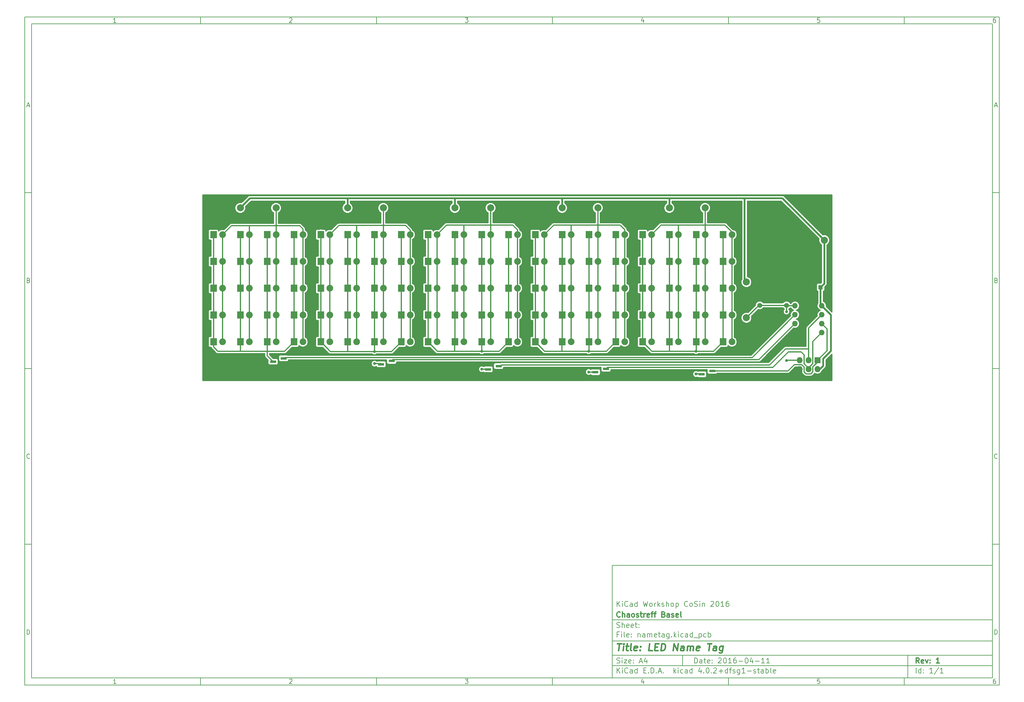
<source format=gbr>
G04 #@! TF.FileFunction,Copper,L2,Bot,Signal*
%FSLAX46Y46*%
G04 Gerber Fmt 4.6, Leading zero omitted, Abs format (unit mm)*
G04 Created by KiCad (PCBNEW 4.0.2+dfsg1-stable) date Fri 10 Jun 2016 09:08:50 CEST*
%MOMM*%
G01*
G04 APERTURE LIST*
%ADD10C,0.100000*%
%ADD11C,0.150000*%
%ADD12C,0.300000*%
%ADD13C,0.400000*%
%ADD14R,1.900000X2.000000*%
%ADD15C,1.900000*%
%ADD16C,2.000000*%
%ADD17R,1.300000X1.300000*%
%ADD18C,1.300000*%
%ADD19R,1.727200X1.727200*%
%ADD20O,1.727200X1.727200*%
%ADD21R,1.800860X0.800100*%
%ADD22C,1.998980*%
%ADD23O,1.600000X1.600000*%
%ADD24C,1.397000*%
%ADD25C,0.800000*%
%ADD26C,0.500000*%
G04 APERTURE END LIST*
D10*
D11*
X177002200Y-166007200D02*
X177002200Y-198007200D01*
X285002200Y-198007200D01*
X285002200Y-166007200D01*
X177002200Y-166007200D01*
D10*
D11*
X10000000Y-10000000D02*
X10000000Y-200007200D01*
X287002200Y-200007200D01*
X287002200Y-10000000D01*
X10000000Y-10000000D01*
D10*
D11*
X12000000Y-12000000D02*
X12000000Y-198007200D01*
X285002200Y-198007200D01*
X285002200Y-12000000D01*
X12000000Y-12000000D01*
D10*
D11*
X60000000Y-12000000D02*
X60000000Y-10000000D01*
D10*
D11*
X110000000Y-12000000D02*
X110000000Y-10000000D01*
D10*
D11*
X160000000Y-12000000D02*
X160000000Y-10000000D01*
D10*
D11*
X210000000Y-12000000D02*
X210000000Y-10000000D01*
D10*
D11*
X260000000Y-12000000D02*
X260000000Y-10000000D01*
D10*
D11*
X35990476Y-11588095D02*
X35247619Y-11588095D01*
X35619048Y-11588095D02*
X35619048Y-10288095D01*
X35495238Y-10473810D01*
X35371429Y-10597619D01*
X35247619Y-10659524D01*
D10*
D11*
X85247619Y-10411905D02*
X85309524Y-10350000D01*
X85433333Y-10288095D01*
X85742857Y-10288095D01*
X85866667Y-10350000D01*
X85928571Y-10411905D01*
X85990476Y-10535714D01*
X85990476Y-10659524D01*
X85928571Y-10845238D01*
X85185714Y-11588095D01*
X85990476Y-11588095D01*
D10*
D11*
X135185714Y-10288095D02*
X135990476Y-10288095D01*
X135557143Y-10783333D01*
X135742857Y-10783333D01*
X135866667Y-10845238D01*
X135928571Y-10907143D01*
X135990476Y-11030952D01*
X135990476Y-11340476D01*
X135928571Y-11464286D01*
X135866667Y-11526190D01*
X135742857Y-11588095D01*
X135371429Y-11588095D01*
X135247619Y-11526190D01*
X135185714Y-11464286D01*
D10*
D11*
X185866667Y-10721429D02*
X185866667Y-11588095D01*
X185557143Y-10226190D02*
X185247619Y-11154762D01*
X186052381Y-11154762D01*
D10*
D11*
X235928571Y-10288095D02*
X235309524Y-10288095D01*
X235247619Y-10907143D01*
X235309524Y-10845238D01*
X235433333Y-10783333D01*
X235742857Y-10783333D01*
X235866667Y-10845238D01*
X235928571Y-10907143D01*
X235990476Y-11030952D01*
X235990476Y-11340476D01*
X235928571Y-11464286D01*
X235866667Y-11526190D01*
X235742857Y-11588095D01*
X235433333Y-11588095D01*
X235309524Y-11526190D01*
X235247619Y-11464286D01*
D10*
D11*
X285866667Y-10288095D02*
X285619048Y-10288095D01*
X285495238Y-10350000D01*
X285433333Y-10411905D01*
X285309524Y-10597619D01*
X285247619Y-10845238D01*
X285247619Y-11340476D01*
X285309524Y-11464286D01*
X285371429Y-11526190D01*
X285495238Y-11588095D01*
X285742857Y-11588095D01*
X285866667Y-11526190D01*
X285928571Y-11464286D01*
X285990476Y-11340476D01*
X285990476Y-11030952D01*
X285928571Y-10907143D01*
X285866667Y-10845238D01*
X285742857Y-10783333D01*
X285495238Y-10783333D01*
X285371429Y-10845238D01*
X285309524Y-10907143D01*
X285247619Y-11030952D01*
D10*
D11*
X60000000Y-198007200D02*
X60000000Y-200007200D01*
D10*
D11*
X110000000Y-198007200D02*
X110000000Y-200007200D01*
D10*
D11*
X160000000Y-198007200D02*
X160000000Y-200007200D01*
D10*
D11*
X210000000Y-198007200D02*
X210000000Y-200007200D01*
D10*
D11*
X260000000Y-198007200D02*
X260000000Y-200007200D01*
D10*
D11*
X35990476Y-199595295D02*
X35247619Y-199595295D01*
X35619048Y-199595295D02*
X35619048Y-198295295D01*
X35495238Y-198481010D01*
X35371429Y-198604819D01*
X35247619Y-198666724D01*
D10*
D11*
X85247619Y-198419105D02*
X85309524Y-198357200D01*
X85433333Y-198295295D01*
X85742857Y-198295295D01*
X85866667Y-198357200D01*
X85928571Y-198419105D01*
X85990476Y-198542914D01*
X85990476Y-198666724D01*
X85928571Y-198852438D01*
X85185714Y-199595295D01*
X85990476Y-199595295D01*
D10*
D11*
X135185714Y-198295295D02*
X135990476Y-198295295D01*
X135557143Y-198790533D01*
X135742857Y-198790533D01*
X135866667Y-198852438D01*
X135928571Y-198914343D01*
X135990476Y-199038152D01*
X135990476Y-199347676D01*
X135928571Y-199471486D01*
X135866667Y-199533390D01*
X135742857Y-199595295D01*
X135371429Y-199595295D01*
X135247619Y-199533390D01*
X135185714Y-199471486D01*
D10*
D11*
X185866667Y-198728629D02*
X185866667Y-199595295D01*
X185557143Y-198233390D02*
X185247619Y-199161962D01*
X186052381Y-199161962D01*
D10*
D11*
X235928571Y-198295295D02*
X235309524Y-198295295D01*
X235247619Y-198914343D01*
X235309524Y-198852438D01*
X235433333Y-198790533D01*
X235742857Y-198790533D01*
X235866667Y-198852438D01*
X235928571Y-198914343D01*
X235990476Y-199038152D01*
X235990476Y-199347676D01*
X235928571Y-199471486D01*
X235866667Y-199533390D01*
X235742857Y-199595295D01*
X235433333Y-199595295D01*
X235309524Y-199533390D01*
X235247619Y-199471486D01*
D10*
D11*
X285866667Y-198295295D02*
X285619048Y-198295295D01*
X285495238Y-198357200D01*
X285433333Y-198419105D01*
X285309524Y-198604819D01*
X285247619Y-198852438D01*
X285247619Y-199347676D01*
X285309524Y-199471486D01*
X285371429Y-199533390D01*
X285495238Y-199595295D01*
X285742857Y-199595295D01*
X285866667Y-199533390D01*
X285928571Y-199471486D01*
X285990476Y-199347676D01*
X285990476Y-199038152D01*
X285928571Y-198914343D01*
X285866667Y-198852438D01*
X285742857Y-198790533D01*
X285495238Y-198790533D01*
X285371429Y-198852438D01*
X285309524Y-198914343D01*
X285247619Y-199038152D01*
D10*
D11*
X10000000Y-60000000D02*
X12000000Y-60000000D01*
D10*
D11*
X10000000Y-110000000D02*
X12000000Y-110000000D01*
D10*
D11*
X10000000Y-160000000D02*
X12000000Y-160000000D01*
D10*
D11*
X10690476Y-35216667D02*
X11309524Y-35216667D01*
X10566667Y-35588095D02*
X11000000Y-34288095D01*
X11433333Y-35588095D01*
D10*
D11*
X11092857Y-84907143D02*
X11278571Y-84969048D01*
X11340476Y-85030952D01*
X11402381Y-85154762D01*
X11402381Y-85340476D01*
X11340476Y-85464286D01*
X11278571Y-85526190D01*
X11154762Y-85588095D01*
X10659524Y-85588095D01*
X10659524Y-84288095D01*
X11092857Y-84288095D01*
X11216667Y-84350000D01*
X11278571Y-84411905D01*
X11340476Y-84535714D01*
X11340476Y-84659524D01*
X11278571Y-84783333D01*
X11216667Y-84845238D01*
X11092857Y-84907143D01*
X10659524Y-84907143D01*
D10*
D11*
X11402381Y-135464286D02*
X11340476Y-135526190D01*
X11154762Y-135588095D01*
X11030952Y-135588095D01*
X10845238Y-135526190D01*
X10721429Y-135402381D01*
X10659524Y-135278571D01*
X10597619Y-135030952D01*
X10597619Y-134845238D01*
X10659524Y-134597619D01*
X10721429Y-134473810D01*
X10845238Y-134350000D01*
X11030952Y-134288095D01*
X11154762Y-134288095D01*
X11340476Y-134350000D01*
X11402381Y-134411905D01*
D10*
D11*
X10659524Y-185588095D02*
X10659524Y-184288095D01*
X10969048Y-184288095D01*
X11154762Y-184350000D01*
X11278571Y-184473810D01*
X11340476Y-184597619D01*
X11402381Y-184845238D01*
X11402381Y-185030952D01*
X11340476Y-185278571D01*
X11278571Y-185402381D01*
X11154762Y-185526190D01*
X10969048Y-185588095D01*
X10659524Y-185588095D01*
D10*
D11*
X287002200Y-60000000D02*
X285002200Y-60000000D01*
D10*
D11*
X287002200Y-110000000D02*
X285002200Y-110000000D01*
D10*
D11*
X287002200Y-160000000D02*
X285002200Y-160000000D01*
D10*
D11*
X285692676Y-35216667D02*
X286311724Y-35216667D01*
X285568867Y-35588095D02*
X286002200Y-34288095D01*
X286435533Y-35588095D01*
D10*
D11*
X286095057Y-84907143D02*
X286280771Y-84969048D01*
X286342676Y-85030952D01*
X286404581Y-85154762D01*
X286404581Y-85340476D01*
X286342676Y-85464286D01*
X286280771Y-85526190D01*
X286156962Y-85588095D01*
X285661724Y-85588095D01*
X285661724Y-84288095D01*
X286095057Y-84288095D01*
X286218867Y-84350000D01*
X286280771Y-84411905D01*
X286342676Y-84535714D01*
X286342676Y-84659524D01*
X286280771Y-84783333D01*
X286218867Y-84845238D01*
X286095057Y-84907143D01*
X285661724Y-84907143D01*
D10*
D11*
X286404581Y-135464286D02*
X286342676Y-135526190D01*
X286156962Y-135588095D01*
X286033152Y-135588095D01*
X285847438Y-135526190D01*
X285723629Y-135402381D01*
X285661724Y-135278571D01*
X285599819Y-135030952D01*
X285599819Y-134845238D01*
X285661724Y-134597619D01*
X285723629Y-134473810D01*
X285847438Y-134350000D01*
X286033152Y-134288095D01*
X286156962Y-134288095D01*
X286342676Y-134350000D01*
X286404581Y-134411905D01*
D10*
D11*
X285661724Y-185588095D02*
X285661724Y-184288095D01*
X285971248Y-184288095D01*
X286156962Y-184350000D01*
X286280771Y-184473810D01*
X286342676Y-184597619D01*
X286404581Y-184845238D01*
X286404581Y-185030952D01*
X286342676Y-185278571D01*
X286280771Y-185402381D01*
X286156962Y-185526190D01*
X285971248Y-185588095D01*
X285661724Y-185588095D01*
D10*
D11*
X200359343Y-193785771D02*
X200359343Y-192285771D01*
X200716486Y-192285771D01*
X200930771Y-192357200D01*
X201073629Y-192500057D01*
X201145057Y-192642914D01*
X201216486Y-192928629D01*
X201216486Y-193142914D01*
X201145057Y-193428629D01*
X201073629Y-193571486D01*
X200930771Y-193714343D01*
X200716486Y-193785771D01*
X200359343Y-193785771D01*
X202502200Y-193785771D02*
X202502200Y-193000057D01*
X202430771Y-192857200D01*
X202287914Y-192785771D01*
X202002200Y-192785771D01*
X201859343Y-192857200D01*
X202502200Y-193714343D02*
X202359343Y-193785771D01*
X202002200Y-193785771D01*
X201859343Y-193714343D01*
X201787914Y-193571486D01*
X201787914Y-193428629D01*
X201859343Y-193285771D01*
X202002200Y-193214343D01*
X202359343Y-193214343D01*
X202502200Y-193142914D01*
X203002200Y-192785771D02*
X203573629Y-192785771D01*
X203216486Y-192285771D02*
X203216486Y-193571486D01*
X203287914Y-193714343D01*
X203430772Y-193785771D01*
X203573629Y-193785771D01*
X204645057Y-193714343D02*
X204502200Y-193785771D01*
X204216486Y-193785771D01*
X204073629Y-193714343D01*
X204002200Y-193571486D01*
X204002200Y-193000057D01*
X204073629Y-192857200D01*
X204216486Y-192785771D01*
X204502200Y-192785771D01*
X204645057Y-192857200D01*
X204716486Y-193000057D01*
X204716486Y-193142914D01*
X204002200Y-193285771D01*
X205359343Y-193642914D02*
X205430771Y-193714343D01*
X205359343Y-193785771D01*
X205287914Y-193714343D01*
X205359343Y-193642914D01*
X205359343Y-193785771D01*
X205359343Y-192857200D02*
X205430771Y-192928629D01*
X205359343Y-193000057D01*
X205287914Y-192928629D01*
X205359343Y-192857200D01*
X205359343Y-193000057D01*
X207145057Y-192428629D02*
X207216486Y-192357200D01*
X207359343Y-192285771D01*
X207716486Y-192285771D01*
X207859343Y-192357200D01*
X207930772Y-192428629D01*
X208002200Y-192571486D01*
X208002200Y-192714343D01*
X207930772Y-192928629D01*
X207073629Y-193785771D01*
X208002200Y-193785771D01*
X208930771Y-192285771D02*
X209073628Y-192285771D01*
X209216485Y-192357200D01*
X209287914Y-192428629D01*
X209359343Y-192571486D01*
X209430771Y-192857200D01*
X209430771Y-193214343D01*
X209359343Y-193500057D01*
X209287914Y-193642914D01*
X209216485Y-193714343D01*
X209073628Y-193785771D01*
X208930771Y-193785771D01*
X208787914Y-193714343D01*
X208716485Y-193642914D01*
X208645057Y-193500057D01*
X208573628Y-193214343D01*
X208573628Y-192857200D01*
X208645057Y-192571486D01*
X208716485Y-192428629D01*
X208787914Y-192357200D01*
X208930771Y-192285771D01*
X210859342Y-193785771D02*
X210002199Y-193785771D01*
X210430771Y-193785771D02*
X210430771Y-192285771D01*
X210287914Y-192500057D01*
X210145056Y-192642914D01*
X210002199Y-192714343D01*
X212145056Y-192285771D02*
X211859342Y-192285771D01*
X211716485Y-192357200D01*
X211645056Y-192428629D01*
X211502199Y-192642914D01*
X211430770Y-192928629D01*
X211430770Y-193500057D01*
X211502199Y-193642914D01*
X211573627Y-193714343D01*
X211716485Y-193785771D01*
X212002199Y-193785771D01*
X212145056Y-193714343D01*
X212216485Y-193642914D01*
X212287913Y-193500057D01*
X212287913Y-193142914D01*
X212216485Y-193000057D01*
X212145056Y-192928629D01*
X212002199Y-192857200D01*
X211716485Y-192857200D01*
X211573627Y-192928629D01*
X211502199Y-193000057D01*
X211430770Y-193142914D01*
X212930770Y-193214343D02*
X214073627Y-193214343D01*
X215073627Y-192285771D02*
X215216484Y-192285771D01*
X215359341Y-192357200D01*
X215430770Y-192428629D01*
X215502199Y-192571486D01*
X215573627Y-192857200D01*
X215573627Y-193214343D01*
X215502199Y-193500057D01*
X215430770Y-193642914D01*
X215359341Y-193714343D01*
X215216484Y-193785771D01*
X215073627Y-193785771D01*
X214930770Y-193714343D01*
X214859341Y-193642914D01*
X214787913Y-193500057D01*
X214716484Y-193214343D01*
X214716484Y-192857200D01*
X214787913Y-192571486D01*
X214859341Y-192428629D01*
X214930770Y-192357200D01*
X215073627Y-192285771D01*
X216859341Y-192785771D02*
X216859341Y-193785771D01*
X216502198Y-192214343D02*
X216145055Y-193285771D01*
X217073627Y-193285771D01*
X217645055Y-193214343D02*
X218787912Y-193214343D01*
X220287912Y-193785771D02*
X219430769Y-193785771D01*
X219859341Y-193785771D02*
X219859341Y-192285771D01*
X219716484Y-192500057D01*
X219573626Y-192642914D01*
X219430769Y-192714343D01*
X221716483Y-193785771D02*
X220859340Y-193785771D01*
X221287912Y-193785771D02*
X221287912Y-192285771D01*
X221145055Y-192500057D01*
X221002197Y-192642914D01*
X220859340Y-192714343D01*
D10*
D11*
X177002200Y-194507200D02*
X285002200Y-194507200D01*
D10*
D11*
X178359343Y-196585771D02*
X178359343Y-195085771D01*
X179216486Y-196585771D02*
X178573629Y-195728629D01*
X179216486Y-195085771D02*
X178359343Y-195942914D01*
X179859343Y-196585771D02*
X179859343Y-195585771D01*
X179859343Y-195085771D02*
X179787914Y-195157200D01*
X179859343Y-195228629D01*
X179930771Y-195157200D01*
X179859343Y-195085771D01*
X179859343Y-195228629D01*
X181430772Y-196442914D02*
X181359343Y-196514343D01*
X181145057Y-196585771D01*
X181002200Y-196585771D01*
X180787915Y-196514343D01*
X180645057Y-196371486D01*
X180573629Y-196228629D01*
X180502200Y-195942914D01*
X180502200Y-195728629D01*
X180573629Y-195442914D01*
X180645057Y-195300057D01*
X180787915Y-195157200D01*
X181002200Y-195085771D01*
X181145057Y-195085771D01*
X181359343Y-195157200D01*
X181430772Y-195228629D01*
X182716486Y-196585771D02*
X182716486Y-195800057D01*
X182645057Y-195657200D01*
X182502200Y-195585771D01*
X182216486Y-195585771D01*
X182073629Y-195657200D01*
X182716486Y-196514343D02*
X182573629Y-196585771D01*
X182216486Y-196585771D01*
X182073629Y-196514343D01*
X182002200Y-196371486D01*
X182002200Y-196228629D01*
X182073629Y-196085771D01*
X182216486Y-196014343D01*
X182573629Y-196014343D01*
X182716486Y-195942914D01*
X184073629Y-196585771D02*
X184073629Y-195085771D01*
X184073629Y-196514343D02*
X183930772Y-196585771D01*
X183645058Y-196585771D01*
X183502200Y-196514343D01*
X183430772Y-196442914D01*
X183359343Y-196300057D01*
X183359343Y-195871486D01*
X183430772Y-195728629D01*
X183502200Y-195657200D01*
X183645058Y-195585771D01*
X183930772Y-195585771D01*
X184073629Y-195657200D01*
X185930772Y-195800057D02*
X186430772Y-195800057D01*
X186645058Y-196585771D02*
X185930772Y-196585771D01*
X185930772Y-195085771D01*
X186645058Y-195085771D01*
X187287915Y-196442914D02*
X187359343Y-196514343D01*
X187287915Y-196585771D01*
X187216486Y-196514343D01*
X187287915Y-196442914D01*
X187287915Y-196585771D01*
X188002201Y-196585771D02*
X188002201Y-195085771D01*
X188359344Y-195085771D01*
X188573629Y-195157200D01*
X188716487Y-195300057D01*
X188787915Y-195442914D01*
X188859344Y-195728629D01*
X188859344Y-195942914D01*
X188787915Y-196228629D01*
X188716487Y-196371486D01*
X188573629Y-196514343D01*
X188359344Y-196585771D01*
X188002201Y-196585771D01*
X189502201Y-196442914D02*
X189573629Y-196514343D01*
X189502201Y-196585771D01*
X189430772Y-196514343D01*
X189502201Y-196442914D01*
X189502201Y-196585771D01*
X190145058Y-196157200D02*
X190859344Y-196157200D01*
X190002201Y-196585771D02*
X190502201Y-195085771D01*
X191002201Y-196585771D01*
X191502201Y-196442914D02*
X191573629Y-196514343D01*
X191502201Y-196585771D01*
X191430772Y-196514343D01*
X191502201Y-196442914D01*
X191502201Y-196585771D01*
X194502201Y-196585771D02*
X194502201Y-195085771D01*
X194645058Y-196014343D02*
X195073629Y-196585771D01*
X195073629Y-195585771D02*
X194502201Y-196157200D01*
X195716487Y-196585771D02*
X195716487Y-195585771D01*
X195716487Y-195085771D02*
X195645058Y-195157200D01*
X195716487Y-195228629D01*
X195787915Y-195157200D01*
X195716487Y-195085771D01*
X195716487Y-195228629D01*
X197073630Y-196514343D02*
X196930773Y-196585771D01*
X196645059Y-196585771D01*
X196502201Y-196514343D01*
X196430773Y-196442914D01*
X196359344Y-196300057D01*
X196359344Y-195871486D01*
X196430773Y-195728629D01*
X196502201Y-195657200D01*
X196645059Y-195585771D01*
X196930773Y-195585771D01*
X197073630Y-195657200D01*
X198359344Y-196585771D02*
X198359344Y-195800057D01*
X198287915Y-195657200D01*
X198145058Y-195585771D01*
X197859344Y-195585771D01*
X197716487Y-195657200D01*
X198359344Y-196514343D02*
X198216487Y-196585771D01*
X197859344Y-196585771D01*
X197716487Y-196514343D01*
X197645058Y-196371486D01*
X197645058Y-196228629D01*
X197716487Y-196085771D01*
X197859344Y-196014343D01*
X198216487Y-196014343D01*
X198359344Y-195942914D01*
X199716487Y-196585771D02*
X199716487Y-195085771D01*
X199716487Y-196514343D02*
X199573630Y-196585771D01*
X199287916Y-196585771D01*
X199145058Y-196514343D01*
X199073630Y-196442914D01*
X199002201Y-196300057D01*
X199002201Y-195871486D01*
X199073630Y-195728629D01*
X199145058Y-195657200D01*
X199287916Y-195585771D01*
X199573630Y-195585771D01*
X199716487Y-195657200D01*
X202216487Y-195585771D02*
X202216487Y-196585771D01*
X201859344Y-195014343D02*
X201502201Y-196085771D01*
X202430773Y-196085771D01*
X203002201Y-196442914D02*
X203073629Y-196514343D01*
X203002201Y-196585771D01*
X202930772Y-196514343D01*
X203002201Y-196442914D01*
X203002201Y-196585771D01*
X204002201Y-195085771D02*
X204145058Y-195085771D01*
X204287915Y-195157200D01*
X204359344Y-195228629D01*
X204430773Y-195371486D01*
X204502201Y-195657200D01*
X204502201Y-196014343D01*
X204430773Y-196300057D01*
X204359344Y-196442914D01*
X204287915Y-196514343D01*
X204145058Y-196585771D01*
X204002201Y-196585771D01*
X203859344Y-196514343D01*
X203787915Y-196442914D01*
X203716487Y-196300057D01*
X203645058Y-196014343D01*
X203645058Y-195657200D01*
X203716487Y-195371486D01*
X203787915Y-195228629D01*
X203859344Y-195157200D01*
X204002201Y-195085771D01*
X205145058Y-196442914D02*
X205216486Y-196514343D01*
X205145058Y-196585771D01*
X205073629Y-196514343D01*
X205145058Y-196442914D01*
X205145058Y-196585771D01*
X205787915Y-195228629D02*
X205859344Y-195157200D01*
X206002201Y-195085771D01*
X206359344Y-195085771D01*
X206502201Y-195157200D01*
X206573630Y-195228629D01*
X206645058Y-195371486D01*
X206645058Y-195514343D01*
X206573630Y-195728629D01*
X205716487Y-196585771D01*
X206645058Y-196585771D01*
X207287915Y-196014343D02*
X208430772Y-196014343D01*
X207859343Y-196585771D02*
X207859343Y-195442914D01*
X209787915Y-196585771D02*
X209787915Y-195085771D01*
X209787915Y-196514343D02*
X209645058Y-196585771D01*
X209359344Y-196585771D01*
X209216486Y-196514343D01*
X209145058Y-196442914D01*
X209073629Y-196300057D01*
X209073629Y-195871486D01*
X209145058Y-195728629D01*
X209216486Y-195657200D01*
X209359344Y-195585771D01*
X209645058Y-195585771D01*
X209787915Y-195657200D01*
X210287915Y-195585771D02*
X210859344Y-195585771D01*
X210502201Y-196585771D02*
X210502201Y-195300057D01*
X210573629Y-195157200D01*
X210716487Y-195085771D01*
X210859344Y-195085771D01*
X211287915Y-196514343D02*
X211430772Y-196585771D01*
X211716487Y-196585771D01*
X211859344Y-196514343D01*
X211930772Y-196371486D01*
X211930772Y-196300057D01*
X211859344Y-196157200D01*
X211716487Y-196085771D01*
X211502201Y-196085771D01*
X211359344Y-196014343D01*
X211287915Y-195871486D01*
X211287915Y-195800057D01*
X211359344Y-195657200D01*
X211502201Y-195585771D01*
X211716487Y-195585771D01*
X211859344Y-195657200D01*
X213216487Y-195585771D02*
X213216487Y-196800057D01*
X213145058Y-196942914D01*
X213073630Y-197014343D01*
X212930773Y-197085771D01*
X212716487Y-197085771D01*
X212573630Y-197014343D01*
X213216487Y-196514343D02*
X213073630Y-196585771D01*
X212787916Y-196585771D01*
X212645058Y-196514343D01*
X212573630Y-196442914D01*
X212502201Y-196300057D01*
X212502201Y-195871486D01*
X212573630Y-195728629D01*
X212645058Y-195657200D01*
X212787916Y-195585771D01*
X213073630Y-195585771D01*
X213216487Y-195657200D01*
X214716487Y-196585771D02*
X213859344Y-196585771D01*
X214287916Y-196585771D02*
X214287916Y-195085771D01*
X214145059Y-195300057D01*
X214002201Y-195442914D01*
X213859344Y-195514343D01*
X215359344Y-196014343D02*
X216502201Y-196014343D01*
X217145058Y-196514343D02*
X217287915Y-196585771D01*
X217573630Y-196585771D01*
X217716487Y-196514343D01*
X217787915Y-196371486D01*
X217787915Y-196300057D01*
X217716487Y-196157200D01*
X217573630Y-196085771D01*
X217359344Y-196085771D01*
X217216487Y-196014343D01*
X217145058Y-195871486D01*
X217145058Y-195800057D01*
X217216487Y-195657200D01*
X217359344Y-195585771D01*
X217573630Y-195585771D01*
X217716487Y-195657200D01*
X218216487Y-195585771D02*
X218787916Y-195585771D01*
X218430773Y-195085771D02*
X218430773Y-196371486D01*
X218502201Y-196514343D01*
X218645059Y-196585771D01*
X218787916Y-196585771D01*
X219930773Y-196585771D02*
X219930773Y-195800057D01*
X219859344Y-195657200D01*
X219716487Y-195585771D01*
X219430773Y-195585771D01*
X219287916Y-195657200D01*
X219930773Y-196514343D02*
X219787916Y-196585771D01*
X219430773Y-196585771D01*
X219287916Y-196514343D01*
X219216487Y-196371486D01*
X219216487Y-196228629D01*
X219287916Y-196085771D01*
X219430773Y-196014343D01*
X219787916Y-196014343D01*
X219930773Y-195942914D01*
X220645059Y-196585771D02*
X220645059Y-195085771D01*
X220645059Y-195657200D02*
X220787916Y-195585771D01*
X221073630Y-195585771D01*
X221216487Y-195657200D01*
X221287916Y-195728629D01*
X221359345Y-195871486D01*
X221359345Y-196300057D01*
X221287916Y-196442914D01*
X221216487Y-196514343D01*
X221073630Y-196585771D01*
X220787916Y-196585771D01*
X220645059Y-196514343D01*
X222216488Y-196585771D02*
X222073630Y-196514343D01*
X222002202Y-196371486D01*
X222002202Y-195085771D01*
X223359344Y-196514343D02*
X223216487Y-196585771D01*
X222930773Y-196585771D01*
X222787916Y-196514343D01*
X222716487Y-196371486D01*
X222716487Y-195800057D01*
X222787916Y-195657200D01*
X222930773Y-195585771D01*
X223216487Y-195585771D01*
X223359344Y-195657200D01*
X223430773Y-195800057D01*
X223430773Y-195942914D01*
X222716487Y-196085771D01*
D10*
D11*
X177002200Y-191507200D02*
X285002200Y-191507200D01*
D10*
D12*
X264216486Y-193785771D02*
X263716486Y-193071486D01*
X263359343Y-193785771D02*
X263359343Y-192285771D01*
X263930771Y-192285771D01*
X264073629Y-192357200D01*
X264145057Y-192428629D01*
X264216486Y-192571486D01*
X264216486Y-192785771D01*
X264145057Y-192928629D01*
X264073629Y-193000057D01*
X263930771Y-193071486D01*
X263359343Y-193071486D01*
X265430771Y-193714343D02*
X265287914Y-193785771D01*
X265002200Y-193785771D01*
X264859343Y-193714343D01*
X264787914Y-193571486D01*
X264787914Y-193000057D01*
X264859343Y-192857200D01*
X265002200Y-192785771D01*
X265287914Y-192785771D01*
X265430771Y-192857200D01*
X265502200Y-193000057D01*
X265502200Y-193142914D01*
X264787914Y-193285771D01*
X266002200Y-192785771D02*
X266359343Y-193785771D01*
X266716485Y-192785771D01*
X267287914Y-193642914D02*
X267359342Y-193714343D01*
X267287914Y-193785771D01*
X267216485Y-193714343D01*
X267287914Y-193642914D01*
X267287914Y-193785771D01*
X267287914Y-192857200D02*
X267359342Y-192928629D01*
X267287914Y-193000057D01*
X267216485Y-192928629D01*
X267287914Y-192857200D01*
X267287914Y-193000057D01*
X269930771Y-193785771D02*
X269073628Y-193785771D01*
X269502200Y-193785771D02*
X269502200Y-192285771D01*
X269359343Y-192500057D01*
X269216485Y-192642914D01*
X269073628Y-192714343D01*
D10*
D11*
X178287914Y-193714343D02*
X178502200Y-193785771D01*
X178859343Y-193785771D01*
X179002200Y-193714343D01*
X179073629Y-193642914D01*
X179145057Y-193500057D01*
X179145057Y-193357200D01*
X179073629Y-193214343D01*
X179002200Y-193142914D01*
X178859343Y-193071486D01*
X178573629Y-193000057D01*
X178430771Y-192928629D01*
X178359343Y-192857200D01*
X178287914Y-192714343D01*
X178287914Y-192571486D01*
X178359343Y-192428629D01*
X178430771Y-192357200D01*
X178573629Y-192285771D01*
X178930771Y-192285771D01*
X179145057Y-192357200D01*
X179787914Y-193785771D02*
X179787914Y-192785771D01*
X179787914Y-192285771D02*
X179716485Y-192357200D01*
X179787914Y-192428629D01*
X179859342Y-192357200D01*
X179787914Y-192285771D01*
X179787914Y-192428629D01*
X180359343Y-192785771D02*
X181145057Y-192785771D01*
X180359343Y-193785771D01*
X181145057Y-193785771D01*
X182287914Y-193714343D02*
X182145057Y-193785771D01*
X181859343Y-193785771D01*
X181716486Y-193714343D01*
X181645057Y-193571486D01*
X181645057Y-193000057D01*
X181716486Y-192857200D01*
X181859343Y-192785771D01*
X182145057Y-192785771D01*
X182287914Y-192857200D01*
X182359343Y-193000057D01*
X182359343Y-193142914D01*
X181645057Y-193285771D01*
X183002200Y-193642914D02*
X183073628Y-193714343D01*
X183002200Y-193785771D01*
X182930771Y-193714343D01*
X183002200Y-193642914D01*
X183002200Y-193785771D01*
X183002200Y-192857200D02*
X183073628Y-192928629D01*
X183002200Y-193000057D01*
X182930771Y-192928629D01*
X183002200Y-192857200D01*
X183002200Y-193000057D01*
X184787914Y-193357200D02*
X185502200Y-193357200D01*
X184645057Y-193785771D02*
X185145057Y-192285771D01*
X185645057Y-193785771D01*
X186787914Y-192785771D02*
X186787914Y-193785771D01*
X186430771Y-192214343D02*
X186073628Y-193285771D01*
X187002200Y-193285771D01*
D10*
D11*
X263359343Y-196585771D02*
X263359343Y-195085771D01*
X264716486Y-196585771D02*
X264716486Y-195085771D01*
X264716486Y-196514343D02*
X264573629Y-196585771D01*
X264287915Y-196585771D01*
X264145057Y-196514343D01*
X264073629Y-196442914D01*
X264002200Y-196300057D01*
X264002200Y-195871486D01*
X264073629Y-195728629D01*
X264145057Y-195657200D01*
X264287915Y-195585771D01*
X264573629Y-195585771D01*
X264716486Y-195657200D01*
X265430772Y-196442914D02*
X265502200Y-196514343D01*
X265430772Y-196585771D01*
X265359343Y-196514343D01*
X265430772Y-196442914D01*
X265430772Y-196585771D01*
X265430772Y-195657200D02*
X265502200Y-195728629D01*
X265430772Y-195800057D01*
X265359343Y-195728629D01*
X265430772Y-195657200D01*
X265430772Y-195800057D01*
X268073629Y-196585771D02*
X267216486Y-196585771D01*
X267645058Y-196585771D02*
X267645058Y-195085771D01*
X267502201Y-195300057D01*
X267359343Y-195442914D01*
X267216486Y-195514343D01*
X269787914Y-195014343D02*
X268502200Y-196942914D01*
X271073629Y-196585771D02*
X270216486Y-196585771D01*
X270645058Y-196585771D02*
X270645058Y-195085771D01*
X270502201Y-195300057D01*
X270359343Y-195442914D01*
X270216486Y-195514343D01*
D10*
D11*
X177002200Y-187507200D02*
X285002200Y-187507200D01*
D10*
D13*
X178454581Y-188211962D02*
X179597438Y-188211962D01*
X178776010Y-190211962D02*
X179026010Y-188211962D01*
X180014105Y-190211962D02*
X180180771Y-188878629D01*
X180264105Y-188211962D02*
X180156962Y-188307200D01*
X180240295Y-188402438D01*
X180347439Y-188307200D01*
X180264105Y-188211962D01*
X180240295Y-188402438D01*
X180847438Y-188878629D02*
X181609343Y-188878629D01*
X181216486Y-188211962D02*
X181002200Y-189926248D01*
X181073630Y-190116724D01*
X181252201Y-190211962D01*
X181442677Y-190211962D01*
X182395058Y-190211962D02*
X182216487Y-190116724D01*
X182145057Y-189926248D01*
X182359343Y-188211962D01*
X183930772Y-190116724D02*
X183728391Y-190211962D01*
X183347439Y-190211962D01*
X183168867Y-190116724D01*
X183097438Y-189926248D01*
X183192676Y-189164343D01*
X183311724Y-188973867D01*
X183514105Y-188878629D01*
X183895057Y-188878629D01*
X184073629Y-188973867D01*
X184145057Y-189164343D01*
X184121248Y-189354819D01*
X183145057Y-189545295D01*
X184895057Y-190021486D02*
X184978392Y-190116724D01*
X184871248Y-190211962D01*
X184787915Y-190116724D01*
X184895057Y-190021486D01*
X184871248Y-190211962D01*
X185026010Y-188973867D02*
X185109344Y-189069105D01*
X185002200Y-189164343D01*
X184918867Y-189069105D01*
X185026010Y-188973867D01*
X185002200Y-189164343D01*
X188299820Y-190211962D02*
X187347439Y-190211962D01*
X187597439Y-188211962D01*
X189097439Y-189164343D02*
X189764106Y-189164343D01*
X189918868Y-190211962D02*
X188966487Y-190211962D01*
X189216487Y-188211962D01*
X190168868Y-188211962D01*
X190776011Y-190211962D02*
X191026011Y-188211962D01*
X191502202Y-188211962D01*
X191776011Y-188307200D01*
X191942678Y-188497676D01*
X192014107Y-188688152D01*
X192061726Y-189069105D01*
X192026012Y-189354819D01*
X191883155Y-189735771D01*
X191764106Y-189926248D01*
X191549821Y-190116724D01*
X191252202Y-190211962D01*
X190776011Y-190211962D01*
X194299821Y-190211962D02*
X194549821Y-188211962D01*
X195442679Y-190211962D01*
X195692679Y-188211962D01*
X197252202Y-190211962D02*
X197383154Y-189164343D01*
X197311726Y-188973867D01*
X197133154Y-188878629D01*
X196752202Y-188878629D01*
X196549821Y-188973867D01*
X197264107Y-190116724D02*
X197061726Y-190211962D01*
X196585536Y-190211962D01*
X196406964Y-190116724D01*
X196335535Y-189926248D01*
X196359345Y-189735771D01*
X196478392Y-189545295D01*
X196680774Y-189450057D01*
X197156964Y-189450057D01*
X197359345Y-189354819D01*
X198204583Y-190211962D02*
X198371249Y-188878629D01*
X198347440Y-189069105D02*
X198454584Y-188973867D01*
X198656964Y-188878629D01*
X198942678Y-188878629D01*
X199121250Y-188973867D01*
X199192678Y-189164343D01*
X199061726Y-190211962D01*
X199192678Y-189164343D02*
X199311726Y-188973867D01*
X199514107Y-188878629D01*
X199799821Y-188878629D01*
X199978393Y-188973867D01*
X200049821Y-189164343D01*
X199918869Y-190211962D01*
X201645060Y-190116724D02*
X201442679Y-190211962D01*
X201061727Y-190211962D01*
X200883155Y-190116724D01*
X200811726Y-189926248D01*
X200906964Y-189164343D01*
X201026012Y-188973867D01*
X201228393Y-188878629D01*
X201609345Y-188878629D01*
X201787917Y-188973867D01*
X201859345Y-189164343D01*
X201835536Y-189354819D01*
X200859345Y-189545295D01*
X204073632Y-188211962D02*
X205216489Y-188211962D01*
X204395061Y-190211962D02*
X204645061Y-188211962D01*
X206490299Y-190211962D02*
X206621251Y-189164343D01*
X206549823Y-188973867D01*
X206371251Y-188878629D01*
X205990299Y-188878629D01*
X205787918Y-188973867D01*
X206502204Y-190116724D02*
X206299823Y-190211962D01*
X205823633Y-190211962D01*
X205645061Y-190116724D01*
X205573632Y-189926248D01*
X205597442Y-189735771D01*
X205716489Y-189545295D01*
X205918871Y-189450057D01*
X206395061Y-189450057D01*
X206597442Y-189354819D01*
X208466489Y-188878629D02*
X208264108Y-190497676D01*
X208145061Y-190688152D01*
X208037918Y-190783390D01*
X207835537Y-190878629D01*
X207549823Y-190878629D01*
X207371251Y-190783390D01*
X208311728Y-190116724D02*
X208109347Y-190211962D01*
X207728395Y-190211962D01*
X207549824Y-190116724D01*
X207466489Y-190021486D01*
X207395061Y-189831010D01*
X207466489Y-189259581D01*
X207585537Y-189069105D01*
X207692681Y-188973867D01*
X207895061Y-188878629D01*
X208276013Y-188878629D01*
X208454585Y-188973867D01*
D10*
D11*
X178859343Y-185600057D02*
X178359343Y-185600057D01*
X178359343Y-186385771D02*
X178359343Y-184885771D01*
X179073629Y-184885771D01*
X179645057Y-186385771D02*
X179645057Y-185385771D01*
X179645057Y-184885771D02*
X179573628Y-184957200D01*
X179645057Y-185028629D01*
X179716485Y-184957200D01*
X179645057Y-184885771D01*
X179645057Y-185028629D01*
X180573629Y-186385771D02*
X180430771Y-186314343D01*
X180359343Y-186171486D01*
X180359343Y-184885771D01*
X181716485Y-186314343D02*
X181573628Y-186385771D01*
X181287914Y-186385771D01*
X181145057Y-186314343D01*
X181073628Y-186171486D01*
X181073628Y-185600057D01*
X181145057Y-185457200D01*
X181287914Y-185385771D01*
X181573628Y-185385771D01*
X181716485Y-185457200D01*
X181787914Y-185600057D01*
X181787914Y-185742914D01*
X181073628Y-185885771D01*
X182430771Y-186242914D02*
X182502199Y-186314343D01*
X182430771Y-186385771D01*
X182359342Y-186314343D01*
X182430771Y-186242914D01*
X182430771Y-186385771D01*
X182430771Y-185457200D02*
X182502199Y-185528629D01*
X182430771Y-185600057D01*
X182359342Y-185528629D01*
X182430771Y-185457200D01*
X182430771Y-185600057D01*
X184287914Y-185385771D02*
X184287914Y-186385771D01*
X184287914Y-185528629D02*
X184359342Y-185457200D01*
X184502200Y-185385771D01*
X184716485Y-185385771D01*
X184859342Y-185457200D01*
X184930771Y-185600057D01*
X184930771Y-186385771D01*
X186287914Y-186385771D02*
X186287914Y-185600057D01*
X186216485Y-185457200D01*
X186073628Y-185385771D01*
X185787914Y-185385771D01*
X185645057Y-185457200D01*
X186287914Y-186314343D02*
X186145057Y-186385771D01*
X185787914Y-186385771D01*
X185645057Y-186314343D01*
X185573628Y-186171486D01*
X185573628Y-186028629D01*
X185645057Y-185885771D01*
X185787914Y-185814343D01*
X186145057Y-185814343D01*
X186287914Y-185742914D01*
X187002200Y-186385771D02*
X187002200Y-185385771D01*
X187002200Y-185528629D02*
X187073628Y-185457200D01*
X187216486Y-185385771D01*
X187430771Y-185385771D01*
X187573628Y-185457200D01*
X187645057Y-185600057D01*
X187645057Y-186385771D01*
X187645057Y-185600057D02*
X187716486Y-185457200D01*
X187859343Y-185385771D01*
X188073628Y-185385771D01*
X188216486Y-185457200D01*
X188287914Y-185600057D01*
X188287914Y-186385771D01*
X189573628Y-186314343D02*
X189430771Y-186385771D01*
X189145057Y-186385771D01*
X189002200Y-186314343D01*
X188930771Y-186171486D01*
X188930771Y-185600057D01*
X189002200Y-185457200D01*
X189145057Y-185385771D01*
X189430771Y-185385771D01*
X189573628Y-185457200D01*
X189645057Y-185600057D01*
X189645057Y-185742914D01*
X188930771Y-185885771D01*
X190073628Y-185385771D02*
X190645057Y-185385771D01*
X190287914Y-184885771D02*
X190287914Y-186171486D01*
X190359342Y-186314343D01*
X190502200Y-186385771D01*
X190645057Y-186385771D01*
X191787914Y-186385771D02*
X191787914Y-185600057D01*
X191716485Y-185457200D01*
X191573628Y-185385771D01*
X191287914Y-185385771D01*
X191145057Y-185457200D01*
X191787914Y-186314343D02*
X191645057Y-186385771D01*
X191287914Y-186385771D01*
X191145057Y-186314343D01*
X191073628Y-186171486D01*
X191073628Y-186028629D01*
X191145057Y-185885771D01*
X191287914Y-185814343D01*
X191645057Y-185814343D01*
X191787914Y-185742914D01*
X193145057Y-185385771D02*
X193145057Y-186600057D01*
X193073628Y-186742914D01*
X193002200Y-186814343D01*
X192859343Y-186885771D01*
X192645057Y-186885771D01*
X192502200Y-186814343D01*
X193145057Y-186314343D02*
X193002200Y-186385771D01*
X192716486Y-186385771D01*
X192573628Y-186314343D01*
X192502200Y-186242914D01*
X192430771Y-186100057D01*
X192430771Y-185671486D01*
X192502200Y-185528629D01*
X192573628Y-185457200D01*
X192716486Y-185385771D01*
X193002200Y-185385771D01*
X193145057Y-185457200D01*
X193859343Y-186242914D02*
X193930771Y-186314343D01*
X193859343Y-186385771D01*
X193787914Y-186314343D01*
X193859343Y-186242914D01*
X193859343Y-186385771D01*
X194573629Y-186385771D02*
X194573629Y-184885771D01*
X194716486Y-185814343D02*
X195145057Y-186385771D01*
X195145057Y-185385771D02*
X194573629Y-185957200D01*
X195787915Y-186385771D02*
X195787915Y-185385771D01*
X195787915Y-184885771D02*
X195716486Y-184957200D01*
X195787915Y-185028629D01*
X195859343Y-184957200D01*
X195787915Y-184885771D01*
X195787915Y-185028629D01*
X197145058Y-186314343D02*
X197002201Y-186385771D01*
X196716487Y-186385771D01*
X196573629Y-186314343D01*
X196502201Y-186242914D01*
X196430772Y-186100057D01*
X196430772Y-185671486D01*
X196502201Y-185528629D01*
X196573629Y-185457200D01*
X196716487Y-185385771D01*
X197002201Y-185385771D01*
X197145058Y-185457200D01*
X198430772Y-186385771D02*
X198430772Y-185600057D01*
X198359343Y-185457200D01*
X198216486Y-185385771D01*
X197930772Y-185385771D01*
X197787915Y-185457200D01*
X198430772Y-186314343D02*
X198287915Y-186385771D01*
X197930772Y-186385771D01*
X197787915Y-186314343D01*
X197716486Y-186171486D01*
X197716486Y-186028629D01*
X197787915Y-185885771D01*
X197930772Y-185814343D01*
X198287915Y-185814343D01*
X198430772Y-185742914D01*
X199787915Y-186385771D02*
X199787915Y-184885771D01*
X199787915Y-186314343D02*
X199645058Y-186385771D01*
X199359344Y-186385771D01*
X199216486Y-186314343D01*
X199145058Y-186242914D01*
X199073629Y-186100057D01*
X199073629Y-185671486D01*
X199145058Y-185528629D01*
X199216486Y-185457200D01*
X199359344Y-185385771D01*
X199645058Y-185385771D01*
X199787915Y-185457200D01*
X200145058Y-186528629D02*
X201287915Y-186528629D01*
X201645058Y-185385771D02*
X201645058Y-186885771D01*
X201645058Y-185457200D02*
X201787915Y-185385771D01*
X202073629Y-185385771D01*
X202216486Y-185457200D01*
X202287915Y-185528629D01*
X202359344Y-185671486D01*
X202359344Y-186100057D01*
X202287915Y-186242914D01*
X202216486Y-186314343D01*
X202073629Y-186385771D01*
X201787915Y-186385771D01*
X201645058Y-186314343D01*
X203645058Y-186314343D02*
X203502201Y-186385771D01*
X203216487Y-186385771D01*
X203073629Y-186314343D01*
X203002201Y-186242914D01*
X202930772Y-186100057D01*
X202930772Y-185671486D01*
X203002201Y-185528629D01*
X203073629Y-185457200D01*
X203216487Y-185385771D01*
X203502201Y-185385771D01*
X203645058Y-185457200D01*
X204287915Y-186385771D02*
X204287915Y-184885771D01*
X204287915Y-185457200D02*
X204430772Y-185385771D01*
X204716486Y-185385771D01*
X204859343Y-185457200D01*
X204930772Y-185528629D01*
X205002201Y-185671486D01*
X205002201Y-186100057D01*
X204930772Y-186242914D01*
X204859343Y-186314343D01*
X204716486Y-186385771D01*
X204430772Y-186385771D01*
X204287915Y-186314343D01*
D10*
D11*
X177002200Y-181507200D02*
X285002200Y-181507200D01*
D10*
D11*
X178287914Y-183614343D02*
X178502200Y-183685771D01*
X178859343Y-183685771D01*
X179002200Y-183614343D01*
X179073629Y-183542914D01*
X179145057Y-183400057D01*
X179145057Y-183257200D01*
X179073629Y-183114343D01*
X179002200Y-183042914D01*
X178859343Y-182971486D01*
X178573629Y-182900057D01*
X178430771Y-182828629D01*
X178359343Y-182757200D01*
X178287914Y-182614343D01*
X178287914Y-182471486D01*
X178359343Y-182328629D01*
X178430771Y-182257200D01*
X178573629Y-182185771D01*
X178930771Y-182185771D01*
X179145057Y-182257200D01*
X179787914Y-183685771D02*
X179787914Y-182185771D01*
X180430771Y-183685771D02*
X180430771Y-182900057D01*
X180359342Y-182757200D01*
X180216485Y-182685771D01*
X180002200Y-182685771D01*
X179859342Y-182757200D01*
X179787914Y-182828629D01*
X181716485Y-183614343D02*
X181573628Y-183685771D01*
X181287914Y-183685771D01*
X181145057Y-183614343D01*
X181073628Y-183471486D01*
X181073628Y-182900057D01*
X181145057Y-182757200D01*
X181287914Y-182685771D01*
X181573628Y-182685771D01*
X181716485Y-182757200D01*
X181787914Y-182900057D01*
X181787914Y-183042914D01*
X181073628Y-183185771D01*
X183002199Y-183614343D02*
X182859342Y-183685771D01*
X182573628Y-183685771D01*
X182430771Y-183614343D01*
X182359342Y-183471486D01*
X182359342Y-182900057D01*
X182430771Y-182757200D01*
X182573628Y-182685771D01*
X182859342Y-182685771D01*
X183002199Y-182757200D01*
X183073628Y-182900057D01*
X183073628Y-183042914D01*
X182359342Y-183185771D01*
X183502199Y-182685771D02*
X184073628Y-182685771D01*
X183716485Y-182185771D02*
X183716485Y-183471486D01*
X183787913Y-183614343D01*
X183930771Y-183685771D01*
X184073628Y-183685771D01*
X184573628Y-183542914D02*
X184645056Y-183614343D01*
X184573628Y-183685771D01*
X184502199Y-183614343D01*
X184573628Y-183542914D01*
X184573628Y-183685771D01*
X184573628Y-182757200D02*
X184645056Y-182828629D01*
X184573628Y-182900057D01*
X184502199Y-182828629D01*
X184573628Y-182757200D01*
X184573628Y-182900057D01*
D10*
D12*
X179216486Y-180542914D02*
X179145057Y-180614343D01*
X178930771Y-180685771D01*
X178787914Y-180685771D01*
X178573629Y-180614343D01*
X178430771Y-180471486D01*
X178359343Y-180328629D01*
X178287914Y-180042914D01*
X178287914Y-179828629D01*
X178359343Y-179542914D01*
X178430771Y-179400057D01*
X178573629Y-179257200D01*
X178787914Y-179185771D01*
X178930771Y-179185771D01*
X179145057Y-179257200D01*
X179216486Y-179328629D01*
X179859343Y-180685771D02*
X179859343Y-179185771D01*
X180502200Y-180685771D02*
X180502200Y-179900057D01*
X180430771Y-179757200D01*
X180287914Y-179685771D01*
X180073629Y-179685771D01*
X179930771Y-179757200D01*
X179859343Y-179828629D01*
X181859343Y-180685771D02*
X181859343Y-179900057D01*
X181787914Y-179757200D01*
X181645057Y-179685771D01*
X181359343Y-179685771D01*
X181216486Y-179757200D01*
X181859343Y-180614343D02*
X181716486Y-180685771D01*
X181359343Y-180685771D01*
X181216486Y-180614343D01*
X181145057Y-180471486D01*
X181145057Y-180328629D01*
X181216486Y-180185771D01*
X181359343Y-180114343D01*
X181716486Y-180114343D01*
X181859343Y-180042914D01*
X182787915Y-180685771D02*
X182645057Y-180614343D01*
X182573629Y-180542914D01*
X182502200Y-180400057D01*
X182502200Y-179971486D01*
X182573629Y-179828629D01*
X182645057Y-179757200D01*
X182787915Y-179685771D01*
X183002200Y-179685771D01*
X183145057Y-179757200D01*
X183216486Y-179828629D01*
X183287915Y-179971486D01*
X183287915Y-180400057D01*
X183216486Y-180542914D01*
X183145057Y-180614343D01*
X183002200Y-180685771D01*
X182787915Y-180685771D01*
X183859343Y-180614343D02*
X184002200Y-180685771D01*
X184287915Y-180685771D01*
X184430772Y-180614343D01*
X184502200Y-180471486D01*
X184502200Y-180400057D01*
X184430772Y-180257200D01*
X184287915Y-180185771D01*
X184073629Y-180185771D01*
X183930772Y-180114343D01*
X183859343Y-179971486D01*
X183859343Y-179900057D01*
X183930772Y-179757200D01*
X184073629Y-179685771D01*
X184287915Y-179685771D01*
X184430772Y-179757200D01*
X184930772Y-179685771D02*
X185502201Y-179685771D01*
X185145058Y-179185771D02*
X185145058Y-180471486D01*
X185216486Y-180614343D01*
X185359344Y-180685771D01*
X185502201Y-180685771D01*
X186002201Y-180685771D02*
X186002201Y-179685771D01*
X186002201Y-179971486D02*
X186073629Y-179828629D01*
X186145058Y-179757200D01*
X186287915Y-179685771D01*
X186430772Y-179685771D01*
X187502200Y-180614343D02*
X187359343Y-180685771D01*
X187073629Y-180685771D01*
X186930772Y-180614343D01*
X186859343Y-180471486D01*
X186859343Y-179900057D01*
X186930772Y-179757200D01*
X187073629Y-179685771D01*
X187359343Y-179685771D01*
X187502200Y-179757200D01*
X187573629Y-179900057D01*
X187573629Y-180042914D01*
X186859343Y-180185771D01*
X188002200Y-179685771D02*
X188573629Y-179685771D01*
X188216486Y-180685771D02*
X188216486Y-179400057D01*
X188287914Y-179257200D01*
X188430772Y-179185771D01*
X188573629Y-179185771D01*
X188859343Y-179685771D02*
X189430772Y-179685771D01*
X189073629Y-180685771D02*
X189073629Y-179400057D01*
X189145057Y-179257200D01*
X189287915Y-179185771D01*
X189430772Y-179185771D01*
X191573629Y-179900057D02*
X191787915Y-179971486D01*
X191859343Y-180042914D01*
X191930772Y-180185771D01*
X191930772Y-180400057D01*
X191859343Y-180542914D01*
X191787915Y-180614343D01*
X191645057Y-180685771D01*
X191073629Y-180685771D01*
X191073629Y-179185771D01*
X191573629Y-179185771D01*
X191716486Y-179257200D01*
X191787915Y-179328629D01*
X191859343Y-179471486D01*
X191859343Y-179614343D01*
X191787915Y-179757200D01*
X191716486Y-179828629D01*
X191573629Y-179900057D01*
X191073629Y-179900057D01*
X193216486Y-180685771D02*
X193216486Y-179900057D01*
X193145057Y-179757200D01*
X193002200Y-179685771D01*
X192716486Y-179685771D01*
X192573629Y-179757200D01*
X193216486Y-180614343D02*
X193073629Y-180685771D01*
X192716486Y-180685771D01*
X192573629Y-180614343D01*
X192502200Y-180471486D01*
X192502200Y-180328629D01*
X192573629Y-180185771D01*
X192716486Y-180114343D01*
X193073629Y-180114343D01*
X193216486Y-180042914D01*
X193859343Y-180614343D02*
X194002200Y-180685771D01*
X194287915Y-180685771D01*
X194430772Y-180614343D01*
X194502200Y-180471486D01*
X194502200Y-180400057D01*
X194430772Y-180257200D01*
X194287915Y-180185771D01*
X194073629Y-180185771D01*
X193930772Y-180114343D01*
X193859343Y-179971486D01*
X193859343Y-179900057D01*
X193930772Y-179757200D01*
X194073629Y-179685771D01*
X194287915Y-179685771D01*
X194430772Y-179757200D01*
X195716486Y-180614343D02*
X195573629Y-180685771D01*
X195287915Y-180685771D01*
X195145058Y-180614343D01*
X195073629Y-180471486D01*
X195073629Y-179900057D01*
X195145058Y-179757200D01*
X195287915Y-179685771D01*
X195573629Y-179685771D01*
X195716486Y-179757200D01*
X195787915Y-179900057D01*
X195787915Y-180042914D01*
X195073629Y-180185771D01*
X196645058Y-180685771D02*
X196502200Y-180614343D01*
X196430772Y-180471486D01*
X196430772Y-179185771D01*
D10*
D11*
X178359343Y-177685771D02*
X178359343Y-176185771D01*
X179216486Y-177685771D02*
X178573629Y-176828629D01*
X179216486Y-176185771D02*
X178359343Y-177042914D01*
X179859343Y-177685771D02*
X179859343Y-176685771D01*
X179859343Y-176185771D02*
X179787914Y-176257200D01*
X179859343Y-176328629D01*
X179930771Y-176257200D01*
X179859343Y-176185771D01*
X179859343Y-176328629D01*
X181430772Y-177542914D02*
X181359343Y-177614343D01*
X181145057Y-177685771D01*
X181002200Y-177685771D01*
X180787915Y-177614343D01*
X180645057Y-177471486D01*
X180573629Y-177328629D01*
X180502200Y-177042914D01*
X180502200Y-176828629D01*
X180573629Y-176542914D01*
X180645057Y-176400057D01*
X180787915Y-176257200D01*
X181002200Y-176185771D01*
X181145057Y-176185771D01*
X181359343Y-176257200D01*
X181430772Y-176328629D01*
X182716486Y-177685771D02*
X182716486Y-176900057D01*
X182645057Y-176757200D01*
X182502200Y-176685771D01*
X182216486Y-176685771D01*
X182073629Y-176757200D01*
X182716486Y-177614343D02*
X182573629Y-177685771D01*
X182216486Y-177685771D01*
X182073629Y-177614343D01*
X182002200Y-177471486D01*
X182002200Y-177328629D01*
X182073629Y-177185771D01*
X182216486Y-177114343D01*
X182573629Y-177114343D01*
X182716486Y-177042914D01*
X184073629Y-177685771D02*
X184073629Y-176185771D01*
X184073629Y-177614343D02*
X183930772Y-177685771D01*
X183645058Y-177685771D01*
X183502200Y-177614343D01*
X183430772Y-177542914D01*
X183359343Y-177400057D01*
X183359343Y-176971486D01*
X183430772Y-176828629D01*
X183502200Y-176757200D01*
X183645058Y-176685771D01*
X183930772Y-176685771D01*
X184073629Y-176757200D01*
X185787915Y-176185771D02*
X186145058Y-177685771D01*
X186430772Y-176614343D01*
X186716486Y-177685771D01*
X187073629Y-176185771D01*
X187859344Y-177685771D02*
X187716486Y-177614343D01*
X187645058Y-177542914D01*
X187573629Y-177400057D01*
X187573629Y-176971486D01*
X187645058Y-176828629D01*
X187716486Y-176757200D01*
X187859344Y-176685771D01*
X188073629Y-176685771D01*
X188216486Y-176757200D01*
X188287915Y-176828629D01*
X188359344Y-176971486D01*
X188359344Y-177400057D01*
X188287915Y-177542914D01*
X188216486Y-177614343D01*
X188073629Y-177685771D01*
X187859344Y-177685771D01*
X189002201Y-177685771D02*
X189002201Y-176685771D01*
X189002201Y-176971486D02*
X189073629Y-176828629D01*
X189145058Y-176757200D01*
X189287915Y-176685771D01*
X189430772Y-176685771D01*
X189930772Y-177685771D02*
X189930772Y-176185771D01*
X190073629Y-177114343D02*
X190502200Y-177685771D01*
X190502200Y-176685771D02*
X189930772Y-177257200D01*
X191073629Y-177614343D02*
X191216486Y-177685771D01*
X191502201Y-177685771D01*
X191645058Y-177614343D01*
X191716486Y-177471486D01*
X191716486Y-177400057D01*
X191645058Y-177257200D01*
X191502201Y-177185771D01*
X191287915Y-177185771D01*
X191145058Y-177114343D01*
X191073629Y-176971486D01*
X191073629Y-176900057D01*
X191145058Y-176757200D01*
X191287915Y-176685771D01*
X191502201Y-176685771D01*
X191645058Y-176757200D01*
X192359344Y-177685771D02*
X192359344Y-176185771D01*
X193002201Y-177685771D02*
X193002201Y-176900057D01*
X192930772Y-176757200D01*
X192787915Y-176685771D01*
X192573630Y-176685771D01*
X192430772Y-176757200D01*
X192359344Y-176828629D01*
X193930773Y-177685771D02*
X193787915Y-177614343D01*
X193716487Y-177542914D01*
X193645058Y-177400057D01*
X193645058Y-176971486D01*
X193716487Y-176828629D01*
X193787915Y-176757200D01*
X193930773Y-176685771D01*
X194145058Y-176685771D01*
X194287915Y-176757200D01*
X194359344Y-176828629D01*
X194430773Y-176971486D01*
X194430773Y-177400057D01*
X194359344Y-177542914D01*
X194287915Y-177614343D01*
X194145058Y-177685771D01*
X193930773Y-177685771D01*
X195073630Y-176685771D02*
X195073630Y-178185771D01*
X195073630Y-176757200D02*
X195216487Y-176685771D01*
X195502201Y-176685771D01*
X195645058Y-176757200D01*
X195716487Y-176828629D01*
X195787916Y-176971486D01*
X195787916Y-177400057D01*
X195716487Y-177542914D01*
X195645058Y-177614343D01*
X195502201Y-177685771D01*
X195216487Y-177685771D01*
X195073630Y-177614343D01*
X198430773Y-177542914D02*
X198359344Y-177614343D01*
X198145058Y-177685771D01*
X198002201Y-177685771D01*
X197787916Y-177614343D01*
X197645058Y-177471486D01*
X197573630Y-177328629D01*
X197502201Y-177042914D01*
X197502201Y-176828629D01*
X197573630Y-176542914D01*
X197645058Y-176400057D01*
X197787916Y-176257200D01*
X198002201Y-176185771D01*
X198145058Y-176185771D01*
X198359344Y-176257200D01*
X198430773Y-176328629D01*
X199287916Y-177685771D02*
X199145058Y-177614343D01*
X199073630Y-177542914D01*
X199002201Y-177400057D01*
X199002201Y-176971486D01*
X199073630Y-176828629D01*
X199145058Y-176757200D01*
X199287916Y-176685771D01*
X199502201Y-176685771D01*
X199645058Y-176757200D01*
X199716487Y-176828629D01*
X199787916Y-176971486D01*
X199787916Y-177400057D01*
X199716487Y-177542914D01*
X199645058Y-177614343D01*
X199502201Y-177685771D01*
X199287916Y-177685771D01*
X200359344Y-177614343D02*
X200573630Y-177685771D01*
X200930773Y-177685771D01*
X201073630Y-177614343D01*
X201145059Y-177542914D01*
X201216487Y-177400057D01*
X201216487Y-177257200D01*
X201145059Y-177114343D01*
X201073630Y-177042914D01*
X200930773Y-176971486D01*
X200645059Y-176900057D01*
X200502201Y-176828629D01*
X200430773Y-176757200D01*
X200359344Y-176614343D01*
X200359344Y-176471486D01*
X200430773Y-176328629D01*
X200502201Y-176257200D01*
X200645059Y-176185771D01*
X201002201Y-176185771D01*
X201216487Y-176257200D01*
X201859344Y-177685771D02*
X201859344Y-176685771D01*
X201859344Y-176185771D02*
X201787915Y-176257200D01*
X201859344Y-176328629D01*
X201930772Y-176257200D01*
X201859344Y-176185771D01*
X201859344Y-176328629D01*
X202573630Y-176685771D02*
X202573630Y-177685771D01*
X202573630Y-176828629D02*
X202645058Y-176757200D01*
X202787916Y-176685771D01*
X203002201Y-176685771D01*
X203145058Y-176757200D01*
X203216487Y-176900057D01*
X203216487Y-177685771D01*
X205002201Y-176328629D02*
X205073630Y-176257200D01*
X205216487Y-176185771D01*
X205573630Y-176185771D01*
X205716487Y-176257200D01*
X205787916Y-176328629D01*
X205859344Y-176471486D01*
X205859344Y-176614343D01*
X205787916Y-176828629D01*
X204930773Y-177685771D01*
X205859344Y-177685771D01*
X206787915Y-176185771D02*
X206930772Y-176185771D01*
X207073629Y-176257200D01*
X207145058Y-176328629D01*
X207216487Y-176471486D01*
X207287915Y-176757200D01*
X207287915Y-177114343D01*
X207216487Y-177400057D01*
X207145058Y-177542914D01*
X207073629Y-177614343D01*
X206930772Y-177685771D01*
X206787915Y-177685771D01*
X206645058Y-177614343D01*
X206573629Y-177542914D01*
X206502201Y-177400057D01*
X206430772Y-177114343D01*
X206430772Y-176757200D01*
X206502201Y-176471486D01*
X206573629Y-176328629D01*
X206645058Y-176257200D01*
X206787915Y-176185771D01*
X208716486Y-177685771D02*
X207859343Y-177685771D01*
X208287915Y-177685771D02*
X208287915Y-176185771D01*
X208145058Y-176400057D01*
X208002200Y-176542914D01*
X207859343Y-176614343D01*
X210002200Y-176185771D02*
X209716486Y-176185771D01*
X209573629Y-176257200D01*
X209502200Y-176328629D01*
X209359343Y-176542914D01*
X209287914Y-176828629D01*
X209287914Y-177400057D01*
X209359343Y-177542914D01*
X209430771Y-177614343D01*
X209573629Y-177685771D01*
X209859343Y-177685771D01*
X210002200Y-177614343D01*
X210073629Y-177542914D01*
X210145057Y-177400057D01*
X210145057Y-177042914D01*
X210073629Y-176900057D01*
X210002200Y-176828629D01*
X209859343Y-176757200D01*
X209573629Y-176757200D01*
X209430771Y-176828629D01*
X209359343Y-176900057D01*
X209287914Y-177042914D01*
D10*
D11*
X197002200Y-191507200D02*
X197002200Y-194507200D01*
D10*
D11*
X261002200Y-191507200D02*
X261002200Y-198007200D01*
D14*
X208440000Y-102420000D03*
D15*
X210980000Y-102420000D03*
D14*
X208440000Y-94800000D03*
D15*
X210980000Y-94800000D03*
D14*
X208440000Y-87180000D03*
D15*
X210980000Y-87180000D03*
D14*
X208440000Y-79560000D03*
D15*
X210980000Y-79560000D03*
D14*
X208440000Y-71940000D03*
D15*
X210980000Y-71940000D03*
D14*
X200820000Y-102420000D03*
D15*
X203360000Y-102420000D03*
D14*
X200820000Y-94800000D03*
D15*
X203360000Y-94800000D03*
D14*
X200820000Y-87180000D03*
D15*
X203360000Y-87180000D03*
D14*
X200820000Y-79560000D03*
D15*
X203360000Y-79560000D03*
D14*
X200820000Y-71940000D03*
D15*
X203360000Y-71940000D03*
D14*
X193200000Y-102420000D03*
D15*
X195740000Y-102420000D03*
D14*
X193200000Y-94800000D03*
D15*
X195740000Y-94800000D03*
D14*
X193200000Y-87180000D03*
D15*
X195740000Y-87180000D03*
D14*
X193200000Y-79560000D03*
D15*
X195740000Y-79560000D03*
D14*
X193200000Y-71940000D03*
D15*
X195740000Y-71940000D03*
D14*
X185580000Y-102420000D03*
D15*
X188120000Y-102420000D03*
D14*
X185580000Y-94800000D03*
D15*
X188120000Y-94800000D03*
D14*
X185580000Y-87180000D03*
D15*
X188120000Y-87180000D03*
D14*
X185580000Y-79560000D03*
D15*
X188120000Y-79560000D03*
D14*
X185580000Y-71940000D03*
D15*
X188120000Y-71940000D03*
D14*
X177960000Y-102420000D03*
D15*
X180500000Y-102420000D03*
D14*
X177960000Y-94800000D03*
D15*
X180500000Y-94800000D03*
D14*
X177960000Y-87180000D03*
D15*
X180500000Y-87180000D03*
D14*
X177960000Y-79560000D03*
D15*
X180500000Y-79560000D03*
D14*
X177960000Y-71940000D03*
D15*
X180500000Y-71940000D03*
D14*
X170340000Y-102420000D03*
D15*
X172880000Y-102420000D03*
D14*
X170340000Y-94800000D03*
D15*
X172880000Y-94800000D03*
D14*
X170340000Y-87180000D03*
D15*
X172880000Y-87180000D03*
D14*
X170340000Y-79560000D03*
D15*
X172880000Y-79560000D03*
D14*
X170340000Y-71940000D03*
D15*
X172880000Y-71940000D03*
D14*
X162720000Y-102420000D03*
D15*
X165260000Y-102420000D03*
D14*
X162720000Y-94800000D03*
D15*
X165260000Y-94800000D03*
D14*
X162720000Y-87180000D03*
D15*
X165260000Y-87180000D03*
D14*
X162720000Y-79560000D03*
D15*
X165260000Y-79560000D03*
D14*
X162720000Y-71940000D03*
D15*
X165260000Y-71940000D03*
D14*
X155100000Y-102420000D03*
D15*
X157640000Y-102420000D03*
D14*
X155100000Y-94800000D03*
D15*
X157640000Y-94800000D03*
D14*
X155100000Y-87180000D03*
D15*
X157640000Y-87180000D03*
D14*
X155100000Y-79560000D03*
D15*
X157640000Y-79560000D03*
D14*
X155100000Y-71940000D03*
D15*
X157640000Y-71940000D03*
D14*
X147480000Y-102420000D03*
D15*
X150020000Y-102420000D03*
D14*
X147480000Y-94800000D03*
D15*
X150020000Y-94800000D03*
D14*
X147480000Y-87180000D03*
D15*
X150020000Y-87180000D03*
D14*
X147480000Y-79560000D03*
D15*
X150020000Y-79560000D03*
D14*
X147480000Y-71940000D03*
D15*
X150020000Y-71940000D03*
D14*
X139860000Y-102420000D03*
D15*
X142400000Y-102420000D03*
D14*
X139860000Y-94800000D03*
D15*
X142400000Y-94800000D03*
D14*
X139860000Y-87180000D03*
D15*
X142400000Y-87180000D03*
D14*
X139860000Y-79560000D03*
D15*
X142400000Y-79560000D03*
D14*
X139860000Y-71940000D03*
D15*
X142400000Y-71940000D03*
D14*
X132240000Y-102420000D03*
D15*
X134780000Y-102420000D03*
D14*
X132240000Y-94800000D03*
D15*
X134780000Y-94800000D03*
D14*
X132240000Y-87180000D03*
D15*
X134780000Y-87180000D03*
D14*
X132240000Y-79560000D03*
D15*
X134780000Y-79560000D03*
D14*
X132240000Y-71940000D03*
D15*
X134780000Y-71940000D03*
D14*
X124620000Y-102420000D03*
D15*
X127160000Y-102420000D03*
D14*
X124620000Y-94800000D03*
D15*
X127160000Y-94800000D03*
D14*
X124620000Y-87180000D03*
D15*
X127160000Y-87180000D03*
D14*
X124620000Y-79560000D03*
D15*
X127160000Y-79560000D03*
D14*
X124620000Y-71940000D03*
D15*
X127160000Y-71940000D03*
D14*
X117000000Y-102420000D03*
D15*
X119540000Y-102420000D03*
D14*
X117000000Y-94800000D03*
D15*
X119540000Y-94800000D03*
D14*
X117000000Y-87180000D03*
D15*
X119540000Y-87180000D03*
D14*
X117000000Y-79560000D03*
D15*
X119540000Y-79560000D03*
D14*
X117000000Y-71940000D03*
D15*
X119540000Y-71940000D03*
D14*
X109380000Y-102420000D03*
D15*
X111920000Y-102420000D03*
D14*
X109380000Y-94800000D03*
D15*
X111920000Y-94800000D03*
D14*
X109380000Y-87180000D03*
D15*
X111920000Y-87180000D03*
D14*
X109380000Y-79560000D03*
D15*
X111920000Y-79560000D03*
D14*
X109380000Y-71940000D03*
D15*
X111920000Y-71940000D03*
D14*
X101760000Y-102420000D03*
D15*
X104300000Y-102420000D03*
D14*
X101760000Y-94800000D03*
D15*
X104300000Y-94800000D03*
D14*
X101760000Y-87180000D03*
D15*
X104300000Y-87180000D03*
D14*
X101760000Y-79560000D03*
D15*
X104300000Y-79560000D03*
D14*
X101760000Y-71940000D03*
D15*
X104300000Y-71940000D03*
D14*
X94140000Y-102420000D03*
D15*
X96680000Y-102420000D03*
D14*
X94140000Y-94800000D03*
D15*
X96680000Y-94800000D03*
D14*
X94140000Y-87180000D03*
D15*
X96680000Y-87180000D03*
D14*
X94140000Y-79560000D03*
D15*
X96680000Y-79560000D03*
D14*
X94140000Y-71940000D03*
D15*
X96680000Y-71940000D03*
D14*
X86520000Y-102420000D03*
D15*
X89060000Y-102420000D03*
D14*
X86520000Y-94800000D03*
D15*
X89060000Y-94800000D03*
D14*
X86520000Y-87180000D03*
D15*
X89060000Y-87180000D03*
D14*
X86520000Y-79560000D03*
D15*
X89060000Y-79560000D03*
D14*
X86520000Y-71940000D03*
D15*
X89060000Y-71940000D03*
D14*
X78900000Y-102420000D03*
D15*
X81440000Y-102420000D03*
D14*
X78900000Y-94800000D03*
D15*
X81440000Y-94800000D03*
D14*
X78900000Y-87180000D03*
D15*
X81440000Y-87180000D03*
D14*
X78900000Y-79560000D03*
D15*
X81440000Y-79560000D03*
D14*
X78900000Y-71940000D03*
D15*
X81440000Y-71940000D03*
D14*
X71280000Y-102420000D03*
D15*
X73820000Y-102420000D03*
D14*
X71280000Y-94800000D03*
D15*
X73820000Y-94800000D03*
D14*
X71280000Y-87180000D03*
D15*
X73820000Y-87180000D03*
D14*
X71280000Y-79560000D03*
D15*
X73820000Y-79560000D03*
D14*
X71280000Y-71940000D03*
D15*
X73820000Y-71940000D03*
D14*
X63660000Y-102420000D03*
D15*
X66200000Y-102420000D03*
D14*
X63660000Y-94800000D03*
D15*
X66200000Y-94800000D03*
D14*
X63660000Y-87180000D03*
D15*
X66200000Y-87180000D03*
D14*
X63660000Y-79560000D03*
D15*
X66200000Y-79560000D03*
D16*
X237250000Y-73500000D03*
X217250000Y-73500000D03*
D17*
X236200000Y-86900000D03*
D18*
X233700000Y-86900000D03*
D14*
X63660000Y-71940000D03*
D15*
X66200000Y-71940000D03*
D19*
X235300000Y-107660000D03*
D20*
X235300000Y-110200000D03*
X232760000Y-107660000D03*
X232760000Y-110200000D03*
X230220000Y-107660000D03*
X230220000Y-110200000D03*
D21*
X83600000Y-107100000D03*
X83600000Y-109000000D03*
X80597720Y-108050000D03*
X114300000Y-107850000D03*
X114300000Y-109750000D03*
X111297720Y-108800000D03*
X144701140Y-109300000D03*
X144701140Y-111200000D03*
X141698860Y-110250000D03*
X175200000Y-110100000D03*
X175200000Y-112000000D03*
X172197720Y-111050000D03*
X205400000Y-110700000D03*
X205400000Y-112600000D03*
X202397720Y-111650000D03*
D22*
X71280000Y-64320000D03*
X81440000Y-64320000D03*
X101760000Y-64320000D03*
X111920000Y-64320000D03*
X132240000Y-64320000D03*
X142400000Y-64320000D03*
X162720000Y-64320000D03*
X172880000Y-64320000D03*
X193200000Y-64320000D03*
X203360000Y-64320000D03*
X215100000Y-85400000D03*
X215100000Y-95560000D03*
D23*
X228900000Y-92160000D03*
X228900000Y-94700000D03*
X228900000Y-97240000D03*
X228900000Y-99780000D03*
X236520000Y-99780000D03*
X236520000Y-97240000D03*
X236520000Y-94700000D03*
X236520000Y-92160000D03*
D24*
X218890000Y-92040000D03*
X218890000Y-86960000D03*
X226510000Y-92040000D03*
X226510000Y-86960000D03*
D25*
X226500000Y-93800000D03*
X226500000Y-107700000D03*
X109400000Y-105200000D03*
X109400000Y-108600000D03*
X139916144Y-110192820D03*
X139900000Y-105100000D03*
X170290522Y-110991510D03*
X170300000Y-105100000D03*
X200813917Y-111569251D03*
X200800000Y-105100000D03*
D26*
X237250000Y-73500000D02*
X225350000Y-61600000D01*
X225350000Y-61600000D02*
X214600000Y-61600000D01*
X214600000Y-61600000D02*
X193300000Y-61600000D01*
X214600000Y-82540000D02*
X214600000Y-61600000D01*
X214600000Y-84900000D02*
X214600000Y-82540000D01*
X193200000Y-61700000D02*
X193300000Y-61600000D01*
X162700000Y-61600000D02*
X193300000Y-61600000D01*
X235300000Y-110200000D02*
X236000000Y-110200000D01*
X236000000Y-110200000D02*
X236968999Y-109231001D01*
X236968999Y-109231001D02*
X236968999Y-107231001D01*
X236968999Y-107231001D02*
X239158696Y-105041304D01*
X239158696Y-105041304D02*
X239158696Y-94798696D01*
X239158696Y-94798696D02*
X236520000Y-92160000D01*
X215100000Y-85400000D02*
X214600000Y-84900000D01*
X236200000Y-86900000D02*
X237250000Y-85850000D01*
X237250000Y-85850000D02*
X237250000Y-73500000D01*
X236520000Y-92160000D02*
X236200000Y-91840000D01*
X236200000Y-91840000D02*
X236200000Y-86900000D01*
X74000000Y-61600000D02*
X101800000Y-61600000D01*
X101800000Y-61600000D02*
X132300000Y-61600000D01*
X101760000Y-64320000D02*
X101760000Y-61640000D01*
X101760000Y-61640000D02*
X101800000Y-61600000D01*
X132300000Y-61600000D02*
X162700000Y-61600000D01*
X132240000Y-61660000D02*
X132300000Y-61600000D01*
X132240000Y-64320000D02*
X132240000Y-61660000D01*
X162720000Y-61620000D02*
X162700000Y-61600000D01*
X162720000Y-64320000D02*
X162720000Y-61620000D01*
X193200000Y-64320000D02*
X193200000Y-61700000D01*
X71280000Y-64320000D02*
X74000000Y-61600000D01*
X228900000Y-99780000D02*
X228900000Y-100300000D01*
X228900000Y-100300000D02*
X226400000Y-102800000D01*
X233700000Y-86900000D02*
X220300000Y-73500000D01*
X220300000Y-73500000D02*
X217250000Y-73500000D01*
X233700000Y-86900000D02*
X233700000Y-94980000D01*
X233700000Y-94980000D02*
X228900000Y-99780000D01*
D12*
X226500000Y-93800000D02*
X226500000Y-92050000D01*
X226500000Y-92050000D02*
X226510000Y-92040000D01*
X230220000Y-107660000D02*
X226540000Y-107660000D01*
X226540000Y-107660000D02*
X226500000Y-107700000D01*
X218890000Y-92040000D02*
X226510000Y-92040000D01*
X218890000Y-92040000D02*
X218620000Y-92040000D01*
X218620000Y-92040000D02*
X215100000Y-95560000D01*
X228900000Y-92160000D02*
X226630000Y-92160000D01*
X226630000Y-92160000D02*
X226510000Y-92040000D01*
X86520000Y-79560000D02*
X86520000Y-71940000D01*
X86520000Y-87180000D02*
X86520000Y-79560000D01*
X78900000Y-79560000D02*
X78900000Y-71940000D01*
X78900000Y-87180000D02*
X78900000Y-79560000D01*
X71280000Y-79560000D02*
X71280000Y-71940000D01*
X71280000Y-87180000D02*
X71280000Y-79560000D01*
X63660000Y-71940000D02*
X63660000Y-79560000D01*
X63660000Y-87180000D02*
X63660000Y-79560000D01*
X63660000Y-94800000D02*
X63660000Y-102420000D01*
X63660000Y-87180000D02*
X63660000Y-94800000D01*
X71280000Y-94800000D02*
X71280000Y-102420000D01*
X71280000Y-87180000D02*
X71280000Y-94800000D01*
X78900000Y-94800000D02*
X78900000Y-102420000D01*
X78900000Y-87180000D02*
X78900000Y-94800000D01*
X86520000Y-94800000D02*
X86520000Y-102420000D01*
X86520000Y-87180000D02*
X86520000Y-94800000D01*
X80597720Y-108050000D02*
X78900000Y-106352280D01*
X78900000Y-106352280D02*
X78900000Y-105100000D01*
X71298860Y-105100000D02*
X78900000Y-105100000D01*
X78900000Y-105100000D02*
X83840000Y-105100000D01*
X78900000Y-102420000D02*
X78900000Y-105100000D01*
X83840000Y-105100000D02*
X86520000Y-102420000D01*
X71298860Y-105100000D02*
X71298860Y-102438860D01*
X63660000Y-103860000D02*
X64900000Y-105100000D01*
X64900000Y-105100000D02*
X71298860Y-105100000D01*
X63660000Y-102420000D02*
X63660000Y-103860000D01*
X71298860Y-102438860D02*
X71280000Y-102420000D01*
X86520000Y-71940000D02*
X86520000Y-102420000D01*
X78900000Y-71940000D02*
X78900000Y-102420000D01*
X71280000Y-71940000D02*
X71280000Y-102420000D01*
X63660000Y-71940000D02*
X63660000Y-102420000D01*
X89060000Y-79560000D02*
X89060000Y-87180000D01*
X89060000Y-71940000D02*
X89060000Y-79560000D01*
X81440000Y-79560000D02*
X81440000Y-87180000D01*
X81440000Y-71940000D02*
X81440000Y-79560000D01*
X73820000Y-79560000D02*
X73820000Y-87180000D01*
X73820000Y-71940000D02*
X73820000Y-79560000D01*
X66200000Y-79560000D02*
X66200000Y-87180000D01*
X66200000Y-71940000D02*
X66200000Y-79560000D01*
X66200000Y-94800000D02*
X66200000Y-87180000D01*
X66200000Y-102420000D02*
X66200000Y-94800000D01*
X73820000Y-94800000D02*
X73820000Y-87180000D01*
X73820000Y-102420000D02*
X73820000Y-94800000D01*
X81440000Y-94800000D02*
X81440000Y-87180000D01*
X81440000Y-102420000D02*
X81440000Y-94800000D01*
X89060000Y-94800000D02*
X89060000Y-87180000D01*
X89060000Y-102420000D02*
X89060000Y-94800000D01*
X68740000Y-69400000D02*
X73800000Y-69400000D01*
X73800000Y-69400000D02*
X81440000Y-69400000D01*
X73820000Y-71940000D02*
X73820000Y-69420000D01*
X73820000Y-69420000D02*
X73800000Y-69400000D01*
X88200000Y-69400000D02*
X89060000Y-70260000D01*
X89060000Y-70260000D02*
X89060000Y-71940000D01*
X81440000Y-69400000D02*
X88200000Y-69400000D01*
X81440000Y-64320000D02*
X81440000Y-69400000D01*
X81440000Y-69400000D02*
X81440000Y-102420000D01*
X66200000Y-71940000D02*
X68740000Y-69400000D01*
X66200000Y-102420000D02*
X66200000Y-71940000D01*
X73820000Y-102420000D02*
X73820000Y-71940000D01*
X89060000Y-102420000D02*
X89060000Y-71940000D01*
X117000000Y-79560000D02*
X117000000Y-87180000D01*
X117000000Y-71940000D02*
X117000000Y-79560000D01*
X109380000Y-79560000D02*
X109380000Y-71940000D01*
X109380000Y-87180000D02*
X109380000Y-79560000D01*
X101760000Y-79560000D02*
X101760000Y-71940000D01*
X101760000Y-87180000D02*
X101760000Y-79560000D01*
X94140000Y-79560000D02*
X94140000Y-71940000D01*
X94140000Y-87180000D02*
X94140000Y-79560000D01*
X94140000Y-94800000D02*
X94140000Y-102420000D01*
X94140000Y-87180000D02*
X94140000Y-94800000D01*
X101760000Y-94800000D02*
X101760000Y-102420000D01*
X101760000Y-87180000D02*
X101760000Y-94800000D01*
X109380000Y-94800000D02*
X109380000Y-102420000D01*
X109380000Y-87180000D02*
X109380000Y-94800000D01*
X117000000Y-94800000D02*
X117000000Y-102420000D01*
X117000000Y-87180000D02*
X117000000Y-94800000D01*
X109400000Y-108600000D02*
X111247720Y-108600000D01*
X111247720Y-108600000D02*
X111297720Y-108650000D01*
X101798860Y-105200000D02*
X109400000Y-105200000D01*
X109400000Y-105200000D02*
X114220000Y-105200000D01*
X109380000Y-102420000D02*
X109380000Y-105180000D01*
X109380000Y-105180000D02*
X109400000Y-105200000D01*
X114220000Y-105200000D02*
X117000000Y-102420000D01*
X101798860Y-105200000D02*
X101798860Y-102458860D01*
X94140000Y-102420000D02*
X96920000Y-105200000D01*
X96920000Y-105200000D02*
X101798860Y-105200000D01*
X101798860Y-102458860D02*
X101760000Y-102420000D01*
X94140000Y-71940000D02*
X94140000Y-70960000D01*
X117000000Y-71940000D02*
X117000000Y-102420000D01*
X109380000Y-71940000D02*
X109380000Y-102420000D01*
X101760000Y-71940000D02*
X101760000Y-102420000D01*
X94140000Y-102420000D02*
X94140000Y-71940000D01*
X119540000Y-79560000D02*
X119540000Y-71940000D01*
X119540000Y-87180000D02*
X119540000Y-79560000D01*
X111920000Y-79560000D02*
X111920000Y-87180000D01*
X111920000Y-71940000D02*
X111920000Y-79560000D01*
X104300000Y-79560000D02*
X104300000Y-87180000D01*
X104300000Y-71940000D02*
X104300000Y-79560000D01*
X96680000Y-79560000D02*
X96680000Y-87180000D01*
X96680000Y-71940000D02*
X96680000Y-79560000D01*
X96680000Y-94800000D02*
X96680000Y-87180000D01*
X96680000Y-102420000D02*
X96680000Y-94800000D01*
X104300000Y-94800000D02*
X104300000Y-87180000D01*
X104300000Y-102420000D02*
X104300000Y-94800000D01*
X111920000Y-94800000D02*
X111920000Y-87180000D01*
X111920000Y-102420000D02*
X111920000Y-94800000D01*
X119540000Y-94800000D02*
X119540000Y-87180000D01*
X119540000Y-102420000D02*
X119540000Y-94800000D01*
X99320000Y-69300000D02*
X104300000Y-69300000D01*
X104300000Y-69300000D02*
X111920000Y-69300000D01*
X104300000Y-71940000D02*
X104300000Y-69300000D01*
X119540000Y-70640000D02*
X118200000Y-69300000D01*
X118200000Y-69300000D02*
X111920000Y-69300000D01*
X119540000Y-71940000D02*
X119540000Y-70640000D01*
X111920000Y-64320000D02*
X111920000Y-69300000D01*
X111920000Y-69300000D02*
X111920000Y-71940000D01*
X96680000Y-71940000D02*
X99320000Y-69300000D01*
X119540000Y-71940000D02*
X119540000Y-102420000D01*
X111920000Y-71940000D02*
X111920000Y-102420000D01*
X104300000Y-71940000D02*
X104300000Y-102420000D01*
X96680000Y-71940000D02*
X96680000Y-102420000D01*
X139916144Y-110192820D02*
X141641680Y-110192820D01*
X141641680Y-110192820D02*
X141698860Y-110250000D01*
X147480000Y-79560000D02*
X147480000Y-87180000D01*
X147480000Y-71940000D02*
X147480000Y-79560000D01*
X139860000Y-79560000D02*
X139860000Y-87180000D01*
X139860000Y-71940000D02*
X139860000Y-79560000D01*
X132240000Y-79560000D02*
X132240000Y-87180000D01*
X132240000Y-71940000D02*
X132240000Y-79560000D01*
X124620000Y-79560000D02*
X124620000Y-87180000D01*
X124620000Y-71940000D02*
X124620000Y-79560000D01*
X124620000Y-94800000D02*
X124620000Y-102420000D01*
X124620000Y-87180000D02*
X124620000Y-94800000D01*
X132240000Y-94800000D02*
X132240000Y-102420000D01*
X132240000Y-87180000D02*
X132240000Y-94800000D01*
X139860000Y-94800000D02*
X139860000Y-102420000D01*
X139860000Y-87180000D02*
X139860000Y-94800000D01*
X147480000Y-94800000D02*
X147480000Y-102420000D01*
X147480000Y-87180000D02*
X147480000Y-94800000D01*
X132198860Y-105100000D02*
X139900000Y-105100000D01*
X139900000Y-105100000D02*
X144800000Y-105100000D01*
X139860000Y-102420000D02*
X139860000Y-105060000D01*
X139860000Y-105060000D02*
X139900000Y-105100000D01*
X144800000Y-105100000D02*
X147480000Y-102420000D01*
X132198860Y-105100000D02*
X132198860Y-102461140D01*
X124620000Y-102420000D02*
X127300000Y-105100000D01*
X127300000Y-105100000D02*
X132198860Y-105100000D01*
X132198860Y-102461140D02*
X132240000Y-102420000D01*
X147480000Y-71940000D02*
X147480000Y-102420000D01*
X139860000Y-71940000D02*
X139860000Y-102420000D01*
X132240000Y-71940000D02*
X132240000Y-102420000D01*
X124620000Y-71940000D02*
X124620000Y-102420000D01*
X150020000Y-79560000D02*
X150020000Y-71940000D01*
X150020000Y-87180000D02*
X150020000Y-79560000D01*
X142400000Y-79560000D02*
X142400000Y-71940000D01*
X142400000Y-87180000D02*
X142400000Y-79560000D01*
X134780000Y-79560000D02*
X134780000Y-71940000D01*
X134780000Y-87180000D02*
X134780000Y-79560000D01*
X127160000Y-79560000D02*
X127160000Y-71940000D01*
X127160000Y-87180000D02*
X127160000Y-79560000D01*
X127160000Y-94800000D02*
X127160000Y-87180000D01*
X127160000Y-102420000D02*
X127160000Y-94800000D01*
X134780000Y-94800000D02*
X134780000Y-87180000D01*
X134780000Y-102420000D02*
X134780000Y-94800000D01*
X142400000Y-94800000D02*
X142400000Y-87180000D01*
X142400000Y-102420000D02*
X142400000Y-94800000D01*
X150020000Y-94800000D02*
X150020000Y-87180000D01*
X150020000Y-102420000D02*
X150020000Y-94800000D01*
X129900000Y-69200000D02*
X134700000Y-69200000D01*
X134700000Y-69200000D02*
X142400000Y-69200000D01*
X134780000Y-71940000D02*
X134780000Y-69280000D01*
X134780000Y-69280000D02*
X134700000Y-69200000D01*
X150020000Y-70520000D02*
X148700000Y-69200000D01*
X148700000Y-69200000D02*
X142400000Y-69200000D01*
X150020000Y-71940000D02*
X150020000Y-70520000D01*
X142400000Y-71940000D02*
X142400000Y-69200000D01*
X142400000Y-69200000D02*
X142400000Y-64320000D01*
X127160000Y-71940000D02*
X129900000Y-69200000D01*
X150020000Y-71940000D02*
X150020000Y-102420000D01*
X142400000Y-71940000D02*
X142400000Y-102420000D01*
X134780000Y-71940000D02*
X134780000Y-102420000D01*
X127160000Y-71940000D02*
X127160000Y-102420000D01*
X172197720Y-111050000D02*
X170349012Y-111050000D01*
X170349012Y-111050000D02*
X170290522Y-110991510D01*
X172121757Y-110974037D02*
X172197720Y-111050000D01*
X177960000Y-79560000D02*
X177960000Y-87180000D01*
X177960000Y-71940000D02*
X177960000Y-79560000D01*
X170340000Y-79560000D02*
X170340000Y-87180000D01*
X170340000Y-71940000D02*
X170340000Y-79560000D01*
X162720000Y-79560000D02*
X162720000Y-87180000D01*
X162720000Y-71940000D02*
X162720000Y-79560000D01*
X155100000Y-79560000D02*
X155100000Y-87180000D01*
X155100000Y-71940000D02*
X155100000Y-79560000D01*
X155100000Y-94800000D02*
X155100000Y-102420000D01*
X155100000Y-87180000D02*
X155100000Y-94800000D01*
X162720000Y-94800000D02*
X162720000Y-102420000D01*
X162720000Y-87180000D02*
X162720000Y-94800000D01*
X170340000Y-94800000D02*
X170340000Y-102420000D01*
X170340000Y-87180000D02*
X170340000Y-94800000D01*
X177960000Y-94800000D02*
X177960000Y-87180000D01*
X177960000Y-102420000D02*
X177960000Y-94800000D01*
X162698860Y-105100000D02*
X170300000Y-105100000D01*
X170340000Y-105060000D02*
X170300000Y-105100000D01*
X170300000Y-105100000D02*
X175280000Y-105100000D01*
X170340000Y-102420000D02*
X170340000Y-105060000D01*
X175280000Y-105100000D02*
X177960000Y-102420000D01*
X155100000Y-102420000D02*
X157780000Y-105100000D01*
X162698860Y-105100000D02*
X162698860Y-102441140D01*
X157780000Y-105100000D02*
X162698860Y-105100000D01*
X162698860Y-102441140D02*
X162720000Y-102420000D01*
X177960000Y-102420000D02*
X177960000Y-71940000D01*
X170340000Y-71940000D02*
X170340000Y-102420000D01*
X162720000Y-71940000D02*
X162720000Y-102420000D01*
X155100000Y-102420000D02*
X155100000Y-71940000D01*
X180500000Y-79560000D02*
X180500000Y-71940000D01*
X180500000Y-87180000D02*
X180500000Y-79560000D01*
X172880000Y-79560000D02*
X172880000Y-71940000D01*
X172880000Y-87180000D02*
X172880000Y-79560000D01*
X165260000Y-79560000D02*
X165260000Y-71940000D01*
X165260000Y-87180000D02*
X165260000Y-79560000D01*
X157640000Y-79560000D02*
X157640000Y-71940000D01*
X157640000Y-87180000D02*
X157640000Y-79560000D01*
X157640000Y-94800000D02*
X157640000Y-87180000D01*
X157640000Y-102420000D02*
X157640000Y-94800000D01*
X165260000Y-94800000D02*
X165260000Y-87180000D01*
X165260000Y-102420000D02*
X165260000Y-94800000D01*
X172880000Y-94800000D02*
X172880000Y-87180000D01*
X172880000Y-102420000D02*
X172880000Y-94800000D01*
X180500000Y-94800000D02*
X180500000Y-102420000D01*
X180500000Y-87180000D02*
X180500000Y-94800000D01*
X160380000Y-69200000D02*
X165300000Y-69200000D01*
X165300000Y-69200000D02*
X172880000Y-69200000D01*
X165260000Y-71940000D02*
X165260000Y-69240000D01*
X165260000Y-69240000D02*
X165300000Y-69200000D01*
X180500000Y-70500000D02*
X179200000Y-69200000D01*
X179200000Y-69200000D02*
X172880000Y-69200000D01*
X180500000Y-71940000D02*
X180500000Y-70500000D01*
X172880000Y-71940000D02*
X172880000Y-69200000D01*
X172880000Y-69200000D02*
X172880000Y-64320000D01*
X157640000Y-71940000D02*
X160380000Y-69200000D01*
X180500000Y-71940000D02*
X180500000Y-102420000D01*
X172880000Y-102420000D02*
X172880000Y-71940000D01*
X165260000Y-102420000D02*
X165260000Y-71940000D01*
X157640000Y-71940000D02*
X157640000Y-102420000D01*
X200813917Y-111569251D02*
X202316971Y-111569251D01*
X202316971Y-111569251D02*
X202397720Y-111650000D01*
X185580000Y-94800000D02*
X185580000Y-87180000D01*
X185580000Y-102420000D02*
X185580000Y-94800000D01*
X193200000Y-94800000D02*
X193200000Y-87180000D01*
X193200000Y-102420000D02*
X193200000Y-94800000D01*
X200820000Y-94800000D02*
X200820000Y-87180000D01*
X200820000Y-102420000D02*
X200820000Y-94800000D01*
X185580000Y-79560000D02*
X185580000Y-87180000D01*
X185580000Y-71940000D02*
X185580000Y-79560000D01*
X193200000Y-79560000D02*
X193200000Y-87180000D01*
X193200000Y-71940000D02*
X193200000Y-79560000D01*
X200820000Y-79560000D02*
X200820000Y-87180000D01*
X200820000Y-71940000D02*
X200820000Y-79560000D01*
X208440000Y-94800000D02*
X208440000Y-102420000D01*
X208440000Y-87180000D02*
X208440000Y-94800000D01*
X208440000Y-79560000D02*
X208440000Y-87180000D01*
X208440000Y-71940000D02*
X208440000Y-79560000D01*
X193200000Y-105100000D02*
X200800000Y-105100000D01*
X200800000Y-105100000D02*
X205760000Y-105100000D01*
X200820000Y-102420000D02*
X200820000Y-105080000D01*
X200820000Y-105080000D02*
X200800000Y-105100000D01*
X205760000Y-105100000D02*
X208440000Y-102420000D01*
X193200000Y-105100000D02*
X193200000Y-102420000D01*
X188260000Y-105100000D02*
X193200000Y-105100000D01*
X185580000Y-102420000D02*
X188260000Y-105100000D01*
X208440000Y-71940000D02*
X208440000Y-102420000D01*
X200820000Y-71940000D02*
X200820000Y-102420000D01*
X193200000Y-71940000D02*
X193200000Y-102420000D01*
X185580000Y-102420000D02*
X185580000Y-71940000D01*
X188120000Y-94800000D02*
X188120000Y-102420000D01*
X188120000Y-87180000D02*
X188120000Y-94800000D01*
X195740000Y-94800000D02*
X195740000Y-102420000D01*
X195740000Y-87180000D02*
X195740000Y-94800000D01*
X203360000Y-94800000D02*
X203360000Y-102420000D01*
X203360000Y-87180000D02*
X203360000Y-94800000D01*
X188120000Y-79560000D02*
X188120000Y-71940000D01*
X188120000Y-87180000D02*
X188120000Y-79560000D01*
X195740000Y-79560000D02*
X195740000Y-71940000D01*
X195740000Y-87180000D02*
X195740000Y-79560000D01*
X203360000Y-79560000D02*
X203360000Y-71940000D01*
X203360000Y-87180000D02*
X203360000Y-79560000D01*
X210980000Y-79560000D02*
X210980000Y-71940000D01*
X210980000Y-87180000D02*
X210980000Y-79560000D01*
X210980000Y-94800000D02*
X210980000Y-87180000D01*
X210980000Y-102420000D02*
X210980000Y-94800000D01*
X190860000Y-69200000D02*
X195700000Y-69200000D01*
X195700000Y-69200000D02*
X203360000Y-69200000D01*
X195740000Y-71940000D02*
X195740000Y-69240000D01*
X195740000Y-69240000D02*
X195700000Y-69200000D01*
X210980000Y-71180000D02*
X209000000Y-69200000D01*
X209000000Y-69200000D02*
X203360000Y-69200000D01*
X210980000Y-71940000D02*
X210980000Y-71180000D01*
X203360000Y-71940000D02*
X203360000Y-69200000D01*
X203360000Y-69200000D02*
X203360000Y-64320000D01*
X188120000Y-71940000D02*
X190860000Y-69200000D01*
X210980000Y-102420000D02*
X210980000Y-71940000D01*
X203360000Y-102420000D02*
X203360000Y-71940000D01*
X195740000Y-71940000D02*
X195740000Y-102420000D01*
X188120000Y-71940000D02*
X188120000Y-102420000D01*
X114407643Y-107650000D02*
X114590901Y-107466742D01*
X114590901Y-107466742D02*
X218661535Y-107466742D01*
X218661535Y-107466742D02*
X228888277Y-97240000D01*
X228888277Y-97240000D02*
X228900000Y-97240000D01*
X145467827Y-108965192D02*
X221720788Y-108965192D01*
X221720788Y-108965192D02*
X226285980Y-104400000D01*
X226285980Y-104400000D02*
X232760000Y-104400000D01*
X232760000Y-98460000D02*
X232760000Y-104400000D01*
X232760000Y-104400000D02*
X232760000Y-107660000D01*
X236520000Y-94700000D02*
X232760000Y-98460000D01*
X83693563Y-107150000D02*
X83972034Y-106871529D01*
X83972034Y-106871529D02*
X216755109Y-106871529D01*
X216755109Y-106871529D02*
X228900000Y-94726638D01*
X228900000Y-94726638D02*
X228900000Y-94700000D01*
X175200000Y-110100000D02*
X175200000Y-110065922D01*
X175200000Y-110065922D02*
X175631115Y-109634807D01*
X232760000Y-110200000D02*
X232760000Y-109935526D01*
X232760000Y-109935526D02*
X231500000Y-108675526D01*
X231500000Y-108675526D02*
X231500000Y-106098103D01*
X231500000Y-106098103D02*
X230643869Y-105241972D01*
X230643869Y-105241972D02*
X227006444Y-105241972D01*
X227006444Y-105241972D02*
X222613609Y-109634807D01*
X222613609Y-109634807D02*
X175631115Y-109634807D01*
X232760000Y-110200000D02*
X232760000Y-109827636D01*
X232760000Y-109827636D02*
X234000000Y-108587636D01*
X234000000Y-108587636D02*
X234000000Y-102300000D01*
X234000000Y-102300000D02*
X236520000Y-99780000D01*
X205400000Y-110700000D02*
X226905337Y-110700000D01*
X226905337Y-110700000D02*
X228705337Y-108900000D01*
X231500000Y-110976885D02*
X232023115Y-111500000D01*
X232023115Y-111500000D02*
X233469103Y-111500000D01*
X228705337Y-108900000D02*
X230825262Y-108900000D01*
X230825262Y-108900000D02*
X231500000Y-109574738D01*
X231500000Y-109574738D02*
X231500000Y-110976885D01*
X233469103Y-111500000D02*
X234000000Y-110969103D01*
X234000000Y-110969103D02*
X234000000Y-109539743D01*
X234000000Y-109539743D02*
X235300000Y-108239743D01*
X235300000Y-108239743D02*
X235300000Y-107660000D01*
X235300000Y-107660000D02*
X238061205Y-104898795D01*
X238061205Y-104898795D02*
X238061205Y-98781205D01*
X238061205Y-98781205D02*
X236520000Y-97240000D01*
G36*
X239375000Y-93883629D02*
X237855787Y-92364417D01*
X237896448Y-92160000D01*
X237793685Y-91643377D01*
X237501042Y-91205406D01*
X237063071Y-90912763D01*
X237000000Y-90900217D01*
X237000000Y-88082551D01*
X237053818Y-88072424D01*
X237241012Y-87951968D01*
X237366594Y-87768173D01*
X237410775Y-87550000D01*
X237410775Y-86820596D01*
X237815685Y-86415686D01*
X237989104Y-86156147D01*
X238010977Y-86046182D01*
X238050000Y-85850000D01*
X238050000Y-74846549D01*
X238126857Y-74814792D01*
X238563260Y-74379151D01*
X238799730Y-73809667D01*
X238800268Y-73193039D01*
X238564792Y-72623143D01*
X238129151Y-72186740D01*
X237559667Y-71950270D01*
X236943039Y-71949732D01*
X236863831Y-71982460D01*
X225915685Y-61034315D01*
X225656147Y-60860896D01*
X225651642Y-60860000D01*
X225350000Y-60800000D01*
X74000000Y-60800000D01*
X73698358Y-60860000D01*
X73693853Y-60860896D01*
X73434315Y-61034314D01*
X71666078Y-62802551D01*
X71589565Y-62770780D01*
X70973140Y-62770242D01*
X70403431Y-63005641D01*
X69967173Y-63441139D01*
X69730780Y-64010435D01*
X69730242Y-64626860D01*
X69965641Y-65196569D01*
X70401139Y-65632827D01*
X70970435Y-65869220D01*
X71586860Y-65869758D01*
X72156569Y-65634359D01*
X72592827Y-65198861D01*
X72829220Y-64629565D01*
X72829758Y-64013140D01*
X72797149Y-63934221D01*
X74331371Y-62400000D01*
X100960000Y-62400000D01*
X100960000Y-62974003D01*
X100883431Y-63005641D01*
X100447173Y-63441139D01*
X100210780Y-64010435D01*
X100210242Y-64626860D01*
X100445641Y-65196569D01*
X100881139Y-65632827D01*
X101450435Y-65869220D01*
X102066860Y-65869758D01*
X102636569Y-65634359D01*
X103072827Y-65198861D01*
X103309220Y-64629565D01*
X103309758Y-64013140D01*
X103074359Y-63443431D01*
X102638861Y-63007173D01*
X102560000Y-62974427D01*
X102560000Y-62400000D01*
X131440000Y-62400000D01*
X131440000Y-62974003D01*
X131363431Y-63005641D01*
X130927173Y-63441139D01*
X130690780Y-64010435D01*
X130690242Y-64626860D01*
X130925641Y-65196569D01*
X131361139Y-65632827D01*
X131930435Y-65869220D01*
X132546860Y-65869758D01*
X133116569Y-65634359D01*
X133552827Y-65198861D01*
X133789220Y-64629565D01*
X133789758Y-64013140D01*
X133554359Y-63443431D01*
X133118861Y-63007173D01*
X133040000Y-62974427D01*
X133040000Y-62400000D01*
X161920000Y-62400000D01*
X161920000Y-62974003D01*
X161843431Y-63005641D01*
X161407173Y-63441139D01*
X161170780Y-64010435D01*
X161170242Y-64626860D01*
X161405641Y-65196569D01*
X161841139Y-65632827D01*
X162410435Y-65869220D01*
X163026860Y-65869758D01*
X163596569Y-65634359D01*
X164032827Y-65198861D01*
X164269220Y-64629565D01*
X164269758Y-64013140D01*
X164034359Y-63443431D01*
X163598861Y-63007173D01*
X163520000Y-62974427D01*
X163520000Y-62400000D01*
X192400000Y-62400000D01*
X192400000Y-62974003D01*
X192323431Y-63005641D01*
X191887173Y-63441139D01*
X191650780Y-64010435D01*
X191650242Y-64626860D01*
X191885641Y-65196569D01*
X192321139Y-65632827D01*
X192890435Y-65869220D01*
X193506860Y-65869758D01*
X194076569Y-65634359D01*
X194512827Y-65198861D01*
X194749220Y-64629565D01*
X194749758Y-64013140D01*
X194514359Y-63443431D01*
X194078861Y-63007173D01*
X194000000Y-62974427D01*
X194000000Y-62400000D01*
X213800000Y-62400000D01*
X213800000Y-84508334D01*
X213787173Y-84521139D01*
X213550780Y-85090435D01*
X213550242Y-85706860D01*
X213785641Y-86276569D01*
X214221139Y-86712827D01*
X214790435Y-86949220D01*
X215406860Y-86949758D01*
X215976569Y-86714359D01*
X216412827Y-86278861D01*
X216649220Y-85709565D01*
X216649758Y-85093140D01*
X216414359Y-84523431D01*
X215978861Y-84087173D01*
X215409565Y-83850780D01*
X215400000Y-83850772D01*
X215400000Y-62400000D01*
X225018630Y-62400000D01*
X235732161Y-73113532D01*
X235700270Y-73190333D01*
X235699732Y-73806961D01*
X235935208Y-74376857D01*
X236370849Y-74813260D01*
X236450000Y-74846126D01*
X236450000Y-85518629D01*
X236279404Y-85689225D01*
X235550000Y-85689225D01*
X235346182Y-85727576D01*
X235158988Y-85848032D01*
X235033406Y-86031827D01*
X234989225Y-86250000D01*
X234989225Y-87550000D01*
X235027576Y-87753818D01*
X235148032Y-87941012D01*
X235331827Y-88066594D01*
X235400000Y-88080399D01*
X235400000Y-91413371D01*
X235246315Y-91643377D01*
X235143552Y-92160000D01*
X235246315Y-92676623D01*
X235538958Y-93114594D01*
X235976929Y-93407237D01*
X236091366Y-93430000D01*
X235976929Y-93452763D01*
X235538958Y-93745406D01*
X235246315Y-94183377D01*
X235143552Y-94700000D01*
X235207676Y-95022374D01*
X232265025Y-97965025D01*
X232113284Y-98192121D01*
X232113284Y-98192122D01*
X232060000Y-98460000D01*
X232060000Y-103700000D01*
X226285980Y-103700000D01*
X226018102Y-103753284D01*
X225791005Y-103905025D01*
X225791003Y-103905028D01*
X221430838Y-108265192D01*
X145467827Y-108265192D01*
X145199949Y-108318476D01*
X145168971Y-108339175D01*
X143800710Y-108339175D01*
X143596892Y-108377526D01*
X143409698Y-108497982D01*
X143284116Y-108681777D01*
X143239935Y-108899950D01*
X143239935Y-109700050D01*
X143278286Y-109903868D01*
X143398742Y-110091062D01*
X143582537Y-110216644D01*
X143800710Y-110260825D01*
X145601570Y-110260825D01*
X145805388Y-110222474D01*
X145992582Y-110102018D01*
X146118164Y-109918223D01*
X146162345Y-109700050D01*
X146162345Y-109665192D01*
X173745834Y-109665192D01*
X173738795Y-109699950D01*
X173738795Y-110500050D01*
X173777146Y-110703868D01*
X173897602Y-110891062D01*
X174081397Y-111016644D01*
X174299570Y-111060825D01*
X176100430Y-111060825D01*
X176304248Y-111022474D01*
X176491442Y-110902018D01*
X176617024Y-110718223D01*
X176661205Y-110500050D01*
X176661205Y-110334807D01*
X203938795Y-110334807D01*
X203938795Y-111100050D01*
X203977146Y-111303868D01*
X204097602Y-111491062D01*
X204281397Y-111616644D01*
X204499570Y-111660825D01*
X206300430Y-111660825D01*
X206504248Y-111622474D01*
X206691442Y-111502018D01*
X206761148Y-111400000D01*
X226905337Y-111400000D01*
X227173216Y-111346716D01*
X227400312Y-111194975D01*
X228995286Y-109600000D01*
X230535312Y-109600000D01*
X230800000Y-109864687D01*
X230800000Y-110976885D01*
X230853284Y-111244764D01*
X231005025Y-111471860D01*
X231528140Y-111994975D01*
X231755237Y-112146716D01*
X232023115Y-112200000D01*
X233469103Y-112200000D01*
X233736982Y-112146716D01*
X233964078Y-111994975D01*
X234494975Y-111464078D01*
X234544324Y-111390222D01*
X234759039Y-111533690D01*
X235300000Y-111641294D01*
X235840961Y-111533690D01*
X236299566Y-111227260D01*
X236605996Y-110768655D01*
X236616743Y-110714627D01*
X237534685Y-109796686D01*
X237645162Y-109631345D01*
X237708103Y-109537148D01*
X237768999Y-109231001D01*
X237768999Y-107562371D01*
X239375000Y-105956371D01*
X239375000Y-113375000D01*
X60625000Y-113375000D01*
X60625000Y-110380958D01*
X138965979Y-110380958D01*
X139110303Y-110730249D01*
X139377309Y-110997722D01*
X139726348Y-111142655D01*
X140104282Y-111142985D01*
X140386904Y-111026208D01*
X140396462Y-111041062D01*
X140580257Y-111166644D01*
X140798430Y-111210825D01*
X142599290Y-111210825D01*
X142764981Y-111179648D01*
X169340357Y-111179648D01*
X169484681Y-111528939D01*
X169751687Y-111796412D01*
X170100726Y-111941345D01*
X170478660Y-111941675D01*
X170827951Y-111797351D01*
X170851846Y-111773498D01*
X170895322Y-111841062D01*
X171079117Y-111966644D01*
X171297290Y-112010825D01*
X173098150Y-112010825D01*
X173301968Y-111972474D01*
X173489162Y-111852018D01*
X173553819Y-111757389D01*
X199863752Y-111757389D01*
X200008076Y-112106680D01*
X200275082Y-112374153D01*
X200624121Y-112519086D01*
X201002055Y-112519416D01*
X201131636Y-112465874D01*
X201279117Y-112566644D01*
X201497290Y-112610825D01*
X203298150Y-112610825D01*
X203501968Y-112572474D01*
X203689162Y-112452018D01*
X203814744Y-112268223D01*
X203858925Y-112050050D01*
X203858925Y-111249950D01*
X203820574Y-111046132D01*
X203700118Y-110858938D01*
X203516323Y-110733356D01*
X203298150Y-110689175D01*
X201497290Y-110689175D01*
X201293472Y-110727526D01*
X201281941Y-110734946D01*
X201003713Y-110619416D01*
X200625779Y-110619086D01*
X200276488Y-110763410D01*
X200009015Y-111030416D01*
X199864082Y-111379455D01*
X199863752Y-111757389D01*
X173553819Y-111757389D01*
X173614744Y-111668223D01*
X173658925Y-111450050D01*
X173658925Y-110649950D01*
X173620574Y-110446132D01*
X173500118Y-110258938D01*
X173316323Y-110133356D01*
X173098150Y-110089175D01*
X171297290Y-110089175D01*
X171093472Y-110127526D01*
X170906278Y-110247982D01*
X170899917Y-110257291D01*
X170829357Y-110186608D01*
X170480318Y-110041675D01*
X170102384Y-110041345D01*
X169753093Y-110185669D01*
X169485620Y-110452675D01*
X169340687Y-110801714D01*
X169340357Y-111179648D01*
X142764981Y-111179648D01*
X142803108Y-111172474D01*
X142990302Y-111052018D01*
X143115884Y-110868223D01*
X143160065Y-110650050D01*
X143160065Y-109849950D01*
X143121714Y-109646132D01*
X143001258Y-109458938D01*
X142817463Y-109333356D01*
X142599290Y-109289175D01*
X140798430Y-109289175D01*
X140594612Y-109327526D01*
X140472885Y-109405855D01*
X140454979Y-109387918D01*
X140105940Y-109242985D01*
X139728006Y-109242655D01*
X139378715Y-109386979D01*
X139111242Y-109653985D01*
X138966309Y-110003024D01*
X138965979Y-110380958D01*
X60625000Y-110380958D01*
X60625000Y-70940000D01*
X62149225Y-70940000D01*
X62149225Y-72940000D01*
X62187576Y-73143818D01*
X62308032Y-73331012D01*
X62491827Y-73456594D01*
X62710000Y-73500775D01*
X62960000Y-73500775D01*
X62960000Y-77999225D01*
X62710000Y-77999225D01*
X62506182Y-78037576D01*
X62318988Y-78158032D01*
X62193406Y-78341827D01*
X62149225Y-78560000D01*
X62149225Y-80560000D01*
X62187576Y-80763818D01*
X62308032Y-80951012D01*
X62491827Y-81076594D01*
X62710000Y-81120775D01*
X62960000Y-81120775D01*
X62960000Y-85619225D01*
X62710000Y-85619225D01*
X62506182Y-85657576D01*
X62318988Y-85778032D01*
X62193406Y-85961827D01*
X62149225Y-86180000D01*
X62149225Y-88180000D01*
X62187576Y-88383818D01*
X62308032Y-88571012D01*
X62491827Y-88696594D01*
X62710000Y-88740775D01*
X62960000Y-88740775D01*
X62960000Y-93239225D01*
X62710000Y-93239225D01*
X62506182Y-93277576D01*
X62318988Y-93398032D01*
X62193406Y-93581827D01*
X62149225Y-93800000D01*
X62149225Y-95800000D01*
X62187576Y-96003818D01*
X62308032Y-96191012D01*
X62491827Y-96316594D01*
X62710000Y-96360775D01*
X62960000Y-96360775D01*
X62960000Y-100859225D01*
X62710000Y-100859225D01*
X62506182Y-100897576D01*
X62318988Y-101018032D01*
X62193406Y-101201827D01*
X62149225Y-101420000D01*
X62149225Y-103420000D01*
X62187576Y-103623818D01*
X62308032Y-103811012D01*
X62491827Y-103936594D01*
X62710000Y-103980775D01*
X62984023Y-103980775D01*
X63013284Y-104127879D01*
X63165025Y-104354975D01*
X64405025Y-105594975D01*
X64632121Y-105746716D01*
X64900000Y-105800000D01*
X78200000Y-105800000D01*
X78200000Y-106352280D01*
X78253284Y-106620159D01*
X78405025Y-106847255D01*
X79148506Y-107590736D01*
X79136515Y-107649950D01*
X79136515Y-108450050D01*
X79174866Y-108653868D01*
X79295322Y-108841062D01*
X79479117Y-108966644D01*
X79697290Y-109010825D01*
X81498150Y-109010825D01*
X81701968Y-108972474D01*
X81889162Y-108852018D01*
X81932809Y-108788138D01*
X108449835Y-108788138D01*
X108594159Y-109137429D01*
X108861165Y-109404902D01*
X109210204Y-109549835D01*
X109588138Y-109550165D01*
X109889009Y-109425848D01*
X109995322Y-109591062D01*
X110179117Y-109716644D01*
X110397290Y-109760825D01*
X112198150Y-109760825D01*
X112401968Y-109722474D01*
X112589162Y-109602018D01*
X112714744Y-109418223D01*
X112758925Y-109200050D01*
X112758925Y-108399950D01*
X112720574Y-108196132D01*
X112600118Y-108008938D01*
X112416323Y-107883356D01*
X112198150Y-107839175D01*
X110397290Y-107839175D01*
X110193472Y-107877526D01*
X110158546Y-107900000D01*
X110043554Y-107900000D01*
X109938835Y-107795098D01*
X109589796Y-107650165D01*
X109211862Y-107649835D01*
X108862571Y-107794159D01*
X108595098Y-108061165D01*
X108450165Y-108410204D01*
X108449835Y-108788138D01*
X81932809Y-108788138D01*
X82014744Y-108668223D01*
X82058925Y-108450050D01*
X82058925Y-107649950D01*
X82020574Y-107446132D01*
X81900118Y-107258938D01*
X81716323Y-107133356D01*
X81498150Y-107089175D01*
X80626844Y-107089175D01*
X80237620Y-106699950D01*
X82138795Y-106699950D01*
X82138795Y-107500050D01*
X82177146Y-107703868D01*
X82297602Y-107891062D01*
X82481397Y-108016644D01*
X82699570Y-108060825D01*
X84500430Y-108060825D01*
X84704248Y-108022474D01*
X84891442Y-107902018D01*
X85017024Y-107718223D01*
X85046730Y-107571529D01*
X112838795Y-107571529D01*
X112838795Y-108250050D01*
X112877146Y-108453868D01*
X112997602Y-108641062D01*
X113181397Y-108766644D01*
X113399570Y-108810825D01*
X115200430Y-108810825D01*
X115404248Y-108772474D01*
X115591442Y-108652018D01*
X115717024Y-108468223D01*
X115761205Y-108250050D01*
X115761205Y-108166742D01*
X218661535Y-108166742D01*
X218929414Y-108113458D01*
X219156510Y-107961717D01*
X228585520Y-98532707D01*
X228873552Y-98590000D01*
X228926448Y-98590000D01*
X229443071Y-98487237D01*
X229881042Y-98194594D01*
X230173685Y-97756623D01*
X230276448Y-97240000D01*
X230173685Y-96723377D01*
X229881042Y-96285406D01*
X229443071Y-95992763D01*
X229328634Y-95970000D01*
X229443071Y-95947237D01*
X229881042Y-95654594D01*
X230173685Y-95216623D01*
X230276448Y-94700000D01*
X230173685Y-94183377D01*
X229881042Y-93745406D01*
X229443071Y-93452763D01*
X229328634Y-93430000D01*
X229443071Y-93407237D01*
X229881042Y-93114594D01*
X230173685Y-92676623D01*
X230276448Y-92160000D01*
X230173685Y-91643377D01*
X229881042Y-91205406D01*
X229443071Y-90912763D01*
X228926448Y-90810000D01*
X228873552Y-90810000D01*
X228356929Y-90912763D01*
X227918958Y-91205406D01*
X227748844Y-91460000D01*
X227621228Y-91460000D01*
X227569044Y-91333705D01*
X227218142Y-90982190D01*
X226759432Y-90791717D01*
X226262747Y-90791283D01*
X225803705Y-90980956D01*
X225452190Y-91331858D01*
X225448809Y-91340000D01*
X219951645Y-91340000D01*
X219949044Y-91333705D01*
X219598142Y-90982190D01*
X219139432Y-90791717D01*
X218642747Y-90791283D01*
X218183705Y-90980956D01*
X217832190Y-91331858D01*
X217641717Y-91790568D01*
X217641509Y-92028541D01*
X215586005Y-94084045D01*
X215409565Y-94010780D01*
X214793140Y-94010242D01*
X214223431Y-94245641D01*
X213787173Y-94681139D01*
X213550780Y-95250435D01*
X213550242Y-95866860D01*
X213785641Y-96436569D01*
X214221139Y-96872827D01*
X214790435Y-97109220D01*
X215406860Y-97109758D01*
X215976569Y-96874359D01*
X216412827Y-96438861D01*
X216649220Y-95869565D01*
X216649758Y-95253140D01*
X216575801Y-95074149D01*
X218443498Y-93206452D01*
X218640568Y-93288283D01*
X219137253Y-93288717D01*
X219596295Y-93099044D01*
X219947810Y-92748142D01*
X219951191Y-92740000D01*
X225448355Y-92740000D01*
X225450956Y-92746295D01*
X225800000Y-93095949D01*
X225800000Y-93156446D01*
X225695098Y-93261165D01*
X225550165Y-93610204D01*
X225549835Y-93988138D01*
X225694159Y-94337429D01*
X225961165Y-94604902D01*
X226310204Y-94749835D01*
X226688138Y-94750165D01*
X227037429Y-94605841D01*
X227304902Y-94338835D01*
X227449835Y-93989796D01*
X227450165Y-93611862D01*
X227305841Y-93262571D01*
X227200000Y-93156545D01*
X227200000Y-93105777D01*
X227216295Y-93099044D01*
X227455757Y-92860000D01*
X227748844Y-92860000D01*
X227918958Y-93114594D01*
X228356929Y-93407237D01*
X228471366Y-93430000D01*
X228356929Y-93452763D01*
X227918958Y-93745406D01*
X227626315Y-94183377D01*
X227523552Y-94700000D01*
X227592096Y-95044593D01*
X216465159Y-106171529D01*
X84660199Y-106171529D01*
X84500430Y-106139175D01*
X82699570Y-106139175D01*
X82495752Y-106177526D01*
X82308558Y-106297982D01*
X82182976Y-106481777D01*
X82138795Y-106699950D01*
X80237620Y-106699950D01*
X79600000Y-106062330D01*
X79600000Y-105800000D01*
X83840000Y-105800000D01*
X84107879Y-105746716D01*
X84334975Y-105594975D01*
X85949175Y-103980775D01*
X87470000Y-103980775D01*
X87673818Y-103942424D01*
X87861012Y-103821968D01*
X87986594Y-103638173D01*
X88015261Y-103496610D01*
X88209209Y-103690897D01*
X88760323Y-103919739D01*
X89357059Y-103920260D01*
X89908572Y-103692380D01*
X90330897Y-103270791D01*
X90559739Y-102719677D01*
X90560260Y-102122941D01*
X90332380Y-101571428D01*
X89910791Y-101149103D01*
X89760000Y-101086489D01*
X89760000Y-96133769D01*
X89908572Y-96072380D01*
X90330897Y-95650791D01*
X90559739Y-95099677D01*
X90560260Y-94502941D01*
X90332380Y-93951428D01*
X89910791Y-93529103D01*
X89760000Y-93466489D01*
X89760000Y-88513769D01*
X89908572Y-88452380D01*
X90330897Y-88030791D01*
X90559739Y-87479677D01*
X90560260Y-86882941D01*
X90332380Y-86331428D01*
X89910791Y-85909103D01*
X89760000Y-85846489D01*
X89760000Y-80893769D01*
X89908572Y-80832380D01*
X90330897Y-80410791D01*
X90559739Y-79859677D01*
X90560260Y-79262941D01*
X90332380Y-78711428D01*
X89910791Y-78289103D01*
X89760000Y-78226489D01*
X89760000Y-73273769D01*
X89908572Y-73212380D01*
X90330897Y-72790791D01*
X90559739Y-72239677D01*
X90560260Y-71642941D01*
X90332380Y-71091428D01*
X90181216Y-70940000D01*
X92629225Y-70940000D01*
X92629225Y-72940000D01*
X92667576Y-73143818D01*
X92788032Y-73331012D01*
X92971827Y-73456594D01*
X93190000Y-73500775D01*
X93440000Y-73500775D01*
X93440000Y-77999225D01*
X93190000Y-77999225D01*
X92986182Y-78037576D01*
X92798988Y-78158032D01*
X92673406Y-78341827D01*
X92629225Y-78560000D01*
X92629225Y-80560000D01*
X92667576Y-80763818D01*
X92788032Y-80951012D01*
X92971827Y-81076594D01*
X93190000Y-81120775D01*
X93440000Y-81120775D01*
X93440000Y-85619225D01*
X93190000Y-85619225D01*
X92986182Y-85657576D01*
X92798988Y-85778032D01*
X92673406Y-85961827D01*
X92629225Y-86180000D01*
X92629225Y-88180000D01*
X92667576Y-88383818D01*
X92788032Y-88571012D01*
X92971827Y-88696594D01*
X93190000Y-88740775D01*
X93440000Y-88740775D01*
X93440000Y-93239225D01*
X93190000Y-93239225D01*
X92986182Y-93277576D01*
X92798988Y-93398032D01*
X92673406Y-93581827D01*
X92629225Y-93800000D01*
X92629225Y-95800000D01*
X92667576Y-96003818D01*
X92788032Y-96191012D01*
X92971827Y-96316594D01*
X93190000Y-96360775D01*
X93440000Y-96360775D01*
X93440000Y-100859225D01*
X93190000Y-100859225D01*
X92986182Y-100897576D01*
X92798988Y-101018032D01*
X92673406Y-101201827D01*
X92629225Y-101420000D01*
X92629225Y-103420000D01*
X92667576Y-103623818D01*
X92788032Y-103811012D01*
X92971827Y-103936594D01*
X93190000Y-103980775D01*
X94710825Y-103980775D01*
X96425025Y-105694975D01*
X96652121Y-105846716D01*
X96920000Y-105900001D01*
X96920005Y-105900000D01*
X108756446Y-105900000D01*
X108861165Y-106004902D01*
X109210204Y-106149835D01*
X109588138Y-106150165D01*
X109937429Y-106005841D01*
X110043455Y-105900000D01*
X114220000Y-105900000D01*
X114487879Y-105846716D01*
X114714975Y-105694975D01*
X116429175Y-103980775D01*
X117950000Y-103980775D01*
X118153818Y-103942424D01*
X118341012Y-103821968D01*
X118466594Y-103638173D01*
X118495261Y-103496610D01*
X118689209Y-103690897D01*
X119240323Y-103919739D01*
X119837059Y-103920260D01*
X120388572Y-103692380D01*
X120810897Y-103270791D01*
X121039739Y-102719677D01*
X121040260Y-102122941D01*
X120812380Y-101571428D01*
X120390791Y-101149103D01*
X120240000Y-101086489D01*
X120240000Y-96133769D01*
X120388572Y-96072380D01*
X120810897Y-95650791D01*
X121039739Y-95099677D01*
X121040260Y-94502941D01*
X120812380Y-93951428D01*
X120390791Y-93529103D01*
X120240000Y-93466489D01*
X120240000Y-88513769D01*
X120388572Y-88452380D01*
X120810897Y-88030791D01*
X121039739Y-87479677D01*
X121040260Y-86882941D01*
X120812380Y-86331428D01*
X120390791Y-85909103D01*
X120240000Y-85846489D01*
X120240000Y-80893769D01*
X120388572Y-80832380D01*
X120810897Y-80410791D01*
X121039739Y-79859677D01*
X121040260Y-79262941D01*
X120812380Y-78711428D01*
X120390791Y-78289103D01*
X120240000Y-78226489D01*
X120240000Y-73273769D01*
X120388572Y-73212380D01*
X120810897Y-72790791D01*
X121039739Y-72239677D01*
X121040260Y-71642941D01*
X120812380Y-71091428D01*
X120661216Y-70940000D01*
X123109225Y-70940000D01*
X123109225Y-72940000D01*
X123147576Y-73143818D01*
X123268032Y-73331012D01*
X123451827Y-73456594D01*
X123670000Y-73500775D01*
X123920000Y-73500775D01*
X123920000Y-77999225D01*
X123670000Y-77999225D01*
X123466182Y-78037576D01*
X123278988Y-78158032D01*
X123153406Y-78341827D01*
X123109225Y-78560000D01*
X123109225Y-80560000D01*
X123147576Y-80763818D01*
X123268032Y-80951012D01*
X123451827Y-81076594D01*
X123670000Y-81120775D01*
X123920000Y-81120775D01*
X123920000Y-85619225D01*
X123670000Y-85619225D01*
X123466182Y-85657576D01*
X123278988Y-85778032D01*
X123153406Y-85961827D01*
X123109225Y-86180000D01*
X123109225Y-88180000D01*
X123147576Y-88383818D01*
X123268032Y-88571012D01*
X123451827Y-88696594D01*
X123670000Y-88740775D01*
X123920000Y-88740775D01*
X123920000Y-93239225D01*
X123670000Y-93239225D01*
X123466182Y-93277576D01*
X123278988Y-93398032D01*
X123153406Y-93581827D01*
X123109225Y-93800000D01*
X123109225Y-95800000D01*
X123147576Y-96003818D01*
X123268032Y-96191012D01*
X123451827Y-96316594D01*
X123670000Y-96360775D01*
X123920000Y-96360775D01*
X123920000Y-100859225D01*
X123670000Y-100859225D01*
X123466182Y-100897576D01*
X123278988Y-101018032D01*
X123153406Y-101201827D01*
X123109225Y-101420000D01*
X123109225Y-103420000D01*
X123147576Y-103623818D01*
X123268032Y-103811012D01*
X123451827Y-103936594D01*
X123670000Y-103980775D01*
X125190825Y-103980775D01*
X126805025Y-105594975D01*
X127032122Y-105746716D01*
X127300000Y-105800000D01*
X139256446Y-105800000D01*
X139361165Y-105904902D01*
X139710204Y-106049835D01*
X140088138Y-106050165D01*
X140437429Y-105905841D01*
X140543455Y-105800000D01*
X144800000Y-105800000D01*
X145067879Y-105746716D01*
X145294975Y-105594975D01*
X146909175Y-103980775D01*
X148430000Y-103980775D01*
X148633818Y-103942424D01*
X148821012Y-103821968D01*
X148946594Y-103638173D01*
X148975261Y-103496610D01*
X149169209Y-103690897D01*
X149720323Y-103919739D01*
X150317059Y-103920260D01*
X150868572Y-103692380D01*
X151290897Y-103270791D01*
X151519739Y-102719677D01*
X151520260Y-102122941D01*
X151292380Y-101571428D01*
X150870791Y-101149103D01*
X150720000Y-101086489D01*
X150720000Y-96133769D01*
X150868572Y-96072380D01*
X151290897Y-95650791D01*
X151519739Y-95099677D01*
X151520260Y-94502941D01*
X151292380Y-93951428D01*
X150870791Y-93529103D01*
X150720000Y-93466489D01*
X150720000Y-88513769D01*
X150868572Y-88452380D01*
X151290897Y-88030791D01*
X151519739Y-87479677D01*
X151520260Y-86882941D01*
X151292380Y-86331428D01*
X150870791Y-85909103D01*
X150720000Y-85846489D01*
X150720000Y-80893769D01*
X150868572Y-80832380D01*
X151290897Y-80410791D01*
X151519739Y-79859677D01*
X151520260Y-79262941D01*
X151292380Y-78711428D01*
X150870791Y-78289103D01*
X150720000Y-78226489D01*
X150720000Y-73273769D01*
X150868572Y-73212380D01*
X151290897Y-72790791D01*
X151519739Y-72239677D01*
X151520260Y-71642941D01*
X151292380Y-71091428D01*
X151141216Y-70940000D01*
X153589225Y-70940000D01*
X153589225Y-72940000D01*
X153627576Y-73143818D01*
X153748032Y-73331012D01*
X153931827Y-73456594D01*
X154150000Y-73500775D01*
X154400000Y-73500775D01*
X154400000Y-77999225D01*
X154150000Y-77999225D01*
X153946182Y-78037576D01*
X153758988Y-78158032D01*
X153633406Y-78341827D01*
X153589225Y-78560000D01*
X153589225Y-80560000D01*
X153627576Y-80763818D01*
X153748032Y-80951012D01*
X153931827Y-81076594D01*
X154150000Y-81120775D01*
X154400000Y-81120775D01*
X154400000Y-85619225D01*
X154150000Y-85619225D01*
X153946182Y-85657576D01*
X153758988Y-85778032D01*
X153633406Y-85961827D01*
X153589225Y-86180000D01*
X153589225Y-88180000D01*
X153627576Y-88383818D01*
X153748032Y-88571012D01*
X153931827Y-88696594D01*
X154150000Y-88740775D01*
X154400000Y-88740775D01*
X154400000Y-93239225D01*
X154150000Y-93239225D01*
X153946182Y-93277576D01*
X153758988Y-93398032D01*
X153633406Y-93581827D01*
X153589225Y-93800000D01*
X153589225Y-95800000D01*
X153627576Y-96003818D01*
X153748032Y-96191012D01*
X153931827Y-96316594D01*
X154150000Y-96360775D01*
X154400000Y-96360775D01*
X154400000Y-100859225D01*
X154150000Y-100859225D01*
X153946182Y-100897576D01*
X153758988Y-101018032D01*
X153633406Y-101201827D01*
X153589225Y-101420000D01*
X153589225Y-103420000D01*
X153627576Y-103623818D01*
X153748032Y-103811012D01*
X153931827Y-103936594D01*
X154150000Y-103980775D01*
X155670825Y-103980775D01*
X157285025Y-105594975D01*
X157512122Y-105746716D01*
X157780000Y-105800000D01*
X169656446Y-105800000D01*
X169761165Y-105904902D01*
X170110204Y-106049835D01*
X170488138Y-106050165D01*
X170837429Y-105905841D01*
X170943455Y-105800000D01*
X175280000Y-105800000D01*
X175547879Y-105746716D01*
X175774975Y-105594975D01*
X177389175Y-103980775D01*
X178910000Y-103980775D01*
X179113818Y-103942424D01*
X179301012Y-103821968D01*
X179426594Y-103638173D01*
X179455261Y-103496610D01*
X179649209Y-103690897D01*
X180200323Y-103919739D01*
X180797059Y-103920260D01*
X181348572Y-103692380D01*
X181770897Y-103270791D01*
X181999739Y-102719677D01*
X182000260Y-102122941D01*
X181772380Y-101571428D01*
X181350791Y-101149103D01*
X181200000Y-101086489D01*
X181200000Y-96133769D01*
X181348572Y-96072380D01*
X181770897Y-95650791D01*
X181999739Y-95099677D01*
X182000260Y-94502941D01*
X181772380Y-93951428D01*
X181350791Y-93529103D01*
X181200000Y-93466489D01*
X181200000Y-88513769D01*
X181348572Y-88452380D01*
X181770897Y-88030791D01*
X181999739Y-87479677D01*
X182000260Y-86882941D01*
X181772380Y-86331428D01*
X181350791Y-85909103D01*
X181200000Y-85846489D01*
X181200000Y-80893769D01*
X181348572Y-80832380D01*
X181770897Y-80410791D01*
X181999739Y-79859677D01*
X182000260Y-79262941D01*
X181772380Y-78711428D01*
X181350791Y-78289103D01*
X181200000Y-78226489D01*
X181200000Y-73273769D01*
X181348572Y-73212380D01*
X181770897Y-72790791D01*
X181999739Y-72239677D01*
X182000260Y-71642941D01*
X181772380Y-71091428D01*
X181621216Y-70940000D01*
X184069225Y-70940000D01*
X184069225Y-72940000D01*
X184107576Y-73143818D01*
X184228032Y-73331012D01*
X184411827Y-73456594D01*
X184630000Y-73500775D01*
X184880000Y-73500775D01*
X184880000Y-77999225D01*
X184630000Y-77999225D01*
X184426182Y-78037576D01*
X184238988Y-78158032D01*
X184113406Y-78341827D01*
X184069225Y-78560000D01*
X184069225Y-80560000D01*
X184107576Y-80763818D01*
X184228032Y-80951012D01*
X184411827Y-81076594D01*
X184630000Y-81120775D01*
X184880000Y-81120775D01*
X184880000Y-85619225D01*
X184630000Y-85619225D01*
X184426182Y-85657576D01*
X184238988Y-85778032D01*
X184113406Y-85961827D01*
X184069225Y-86180000D01*
X184069225Y-88180000D01*
X184107576Y-88383818D01*
X184228032Y-88571012D01*
X184411827Y-88696594D01*
X184630000Y-88740775D01*
X184880000Y-88740775D01*
X184880000Y-93239225D01*
X184630000Y-93239225D01*
X184426182Y-93277576D01*
X184238988Y-93398032D01*
X184113406Y-93581827D01*
X184069225Y-93800000D01*
X184069225Y-95800000D01*
X184107576Y-96003818D01*
X184228032Y-96191012D01*
X184411827Y-96316594D01*
X184630000Y-96360775D01*
X184880000Y-96360775D01*
X184880000Y-100859225D01*
X184630000Y-100859225D01*
X184426182Y-100897576D01*
X184238988Y-101018032D01*
X184113406Y-101201827D01*
X184069225Y-101420000D01*
X184069225Y-103420000D01*
X184107576Y-103623818D01*
X184228032Y-103811012D01*
X184411827Y-103936594D01*
X184630000Y-103980775D01*
X186150825Y-103980775D01*
X187765025Y-105594975D01*
X187992122Y-105746716D01*
X188260000Y-105800000D01*
X200156446Y-105800000D01*
X200261165Y-105904902D01*
X200610204Y-106049835D01*
X200988138Y-106050165D01*
X201337429Y-105905841D01*
X201443455Y-105800000D01*
X205760000Y-105800000D01*
X206027879Y-105746716D01*
X206254975Y-105594975D01*
X207869175Y-103980775D01*
X209390000Y-103980775D01*
X209593818Y-103942424D01*
X209781012Y-103821968D01*
X209906594Y-103638173D01*
X209935261Y-103496610D01*
X210129209Y-103690897D01*
X210680323Y-103919739D01*
X211277059Y-103920260D01*
X211828572Y-103692380D01*
X212250897Y-103270791D01*
X212479739Y-102719677D01*
X212480260Y-102122941D01*
X212252380Y-101571428D01*
X211830791Y-101149103D01*
X211680000Y-101086489D01*
X211680000Y-96133769D01*
X211828572Y-96072380D01*
X212250897Y-95650791D01*
X212479739Y-95099677D01*
X212480260Y-94502941D01*
X212252380Y-93951428D01*
X211830791Y-93529103D01*
X211680000Y-93466489D01*
X211680000Y-88513769D01*
X211828572Y-88452380D01*
X212250897Y-88030791D01*
X212479739Y-87479677D01*
X212480260Y-86882941D01*
X212252380Y-86331428D01*
X211830791Y-85909103D01*
X211680000Y-85846489D01*
X211680000Y-80893769D01*
X211828572Y-80832380D01*
X212250897Y-80410791D01*
X212479739Y-79859677D01*
X212480260Y-79262941D01*
X212252380Y-78711428D01*
X211830791Y-78289103D01*
X211680000Y-78226489D01*
X211680000Y-73273769D01*
X211828572Y-73212380D01*
X212250897Y-72790791D01*
X212479739Y-72239677D01*
X212480260Y-71642941D01*
X212252380Y-71091428D01*
X211830791Y-70669103D01*
X211279677Y-70440261D01*
X211230168Y-70440218D01*
X209494975Y-68705025D01*
X209267879Y-68553284D01*
X209000000Y-68500000D01*
X204060000Y-68500000D01*
X204060000Y-65707316D01*
X204236569Y-65634359D01*
X204672827Y-65198861D01*
X204909220Y-64629565D01*
X204909758Y-64013140D01*
X204674359Y-63443431D01*
X204238861Y-63007173D01*
X203669565Y-62770780D01*
X203053140Y-62770242D01*
X202483431Y-63005641D01*
X202047173Y-63441139D01*
X201810780Y-64010435D01*
X201810242Y-64626860D01*
X202045641Y-65196569D01*
X202481139Y-65632827D01*
X202660000Y-65707097D01*
X202660000Y-68500000D01*
X190860000Y-68500000D01*
X190592121Y-68553284D01*
X190365025Y-68705025D01*
X188568141Y-70501909D01*
X188419677Y-70440261D01*
X187822941Y-70439740D01*
X187271428Y-70667620D01*
X187076195Y-70862513D01*
X187052424Y-70736182D01*
X186931968Y-70548988D01*
X186748173Y-70423406D01*
X186530000Y-70379225D01*
X184630000Y-70379225D01*
X184426182Y-70417576D01*
X184238988Y-70538032D01*
X184113406Y-70721827D01*
X184069225Y-70940000D01*
X181621216Y-70940000D01*
X181350791Y-70669103D01*
X181200000Y-70606489D01*
X181200000Y-70500005D01*
X181200001Y-70500000D01*
X181146716Y-70232121D01*
X181022832Y-70046716D01*
X180994975Y-70005025D01*
X180994972Y-70005023D01*
X179694975Y-68705025D01*
X179467879Y-68553284D01*
X179200000Y-68500000D01*
X173580000Y-68500000D01*
X173580000Y-65707316D01*
X173756569Y-65634359D01*
X174192827Y-65198861D01*
X174429220Y-64629565D01*
X174429758Y-64013140D01*
X174194359Y-63443431D01*
X173758861Y-63007173D01*
X173189565Y-62770780D01*
X172573140Y-62770242D01*
X172003431Y-63005641D01*
X171567173Y-63441139D01*
X171330780Y-64010435D01*
X171330242Y-64626860D01*
X171565641Y-65196569D01*
X172001139Y-65632827D01*
X172180000Y-65707097D01*
X172180000Y-68500000D01*
X165300005Y-68500000D01*
X165300000Y-68499999D01*
X165299995Y-68500000D01*
X160380000Y-68500000D01*
X160112121Y-68553284D01*
X159885025Y-68705025D01*
X158088141Y-70501909D01*
X157939677Y-70440261D01*
X157342941Y-70439740D01*
X156791428Y-70667620D01*
X156596195Y-70862513D01*
X156572424Y-70736182D01*
X156451968Y-70548988D01*
X156268173Y-70423406D01*
X156050000Y-70379225D01*
X154150000Y-70379225D01*
X153946182Y-70417576D01*
X153758988Y-70538032D01*
X153633406Y-70721827D01*
X153589225Y-70940000D01*
X151141216Y-70940000D01*
X150870791Y-70669103D01*
X150720000Y-70606489D01*
X150720000Y-70520000D01*
X150666716Y-70252122D01*
X150666716Y-70252121D01*
X150514975Y-70025025D01*
X149194975Y-68705025D01*
X148967879Y-68553284D01*
X148700000Y-68500000D01*
X143100000Y-68500000D01*
X143100000Y-65707316D01*
X143276569Y-65634359D01*
X143712827Y-65198861D01*
X143949220Y-64629565D01*
X143949758Y-64013140D01*
X143714359Y-63443431D01*
X143278861Y-63007173D01*
X142709565Y-62770780D01*
X142093140Y-62770242D01*
X141523431Y-63005641D01*
X141087173Y-63441139D01*
X140850780Y-64010435D01*
X140850242Y-64626860D01*
X141085641Y-65196569D01*
X141521139Y-65632827D01*
X141700000Y-65707097D01*
X141700000Y-68500000D01*
X129900000Y-68500000D01*
X129632121Y-68553284D01*
X129405025Y-68705025D01*
X127608141Y-70501909D01*
X127459677Y-70440261D01*
X126862941Y-70439740D01*
X126311428Y-70667620D01*
X126116195Y-70862513D01*
X126092424Y-70736182D01*
X125971968Y-70548988D01*
X125788173Y-70423406D01*
X125570000Y-70379225D01*
X123670000Y-70379225D01*
X123466182Y-70417576D01*
X123278988Y-70538032D01*
X123153406Y-70721827D01*
X123109225Y-70940000D01*
X120661216Y-70940000D01*
X120390791Y-70669103D01*
X120232734Y-70603472D01*
X120186716Y-70372122D01*
X120034975Y-70145025D01*
X118694975Y-68805025D01*
X118467879Y-68653284D01*
X118200000Y-68600000D01*
X112620000Y-68600000D01*
X112620000Y-65707316D01*
X112796569Y-65634359D01*
X113232827Y-65198861D01*
X113469220Y-64629565D01*
X113469758Y-64013140D01*
X113234359Y-63443431D01*
X112798861Y-63007173D01*
X112229565Y-62770780D01*
X111613140Y-62770242D01*
X111043431Y-63005641D01*
X110607173Y-63441139D01*
X110370780Y-64010435D01*
X110370242Y-64626860D01*
X110605641Y-65196569D01*
X111041139Y-65632827D01*
X111220000Y-65707097D01*
X111220000Y-68600000D01*
X99320000Y-68600000D01*
X99052121Y-68653284D01*
X98825025Y-68805025D01*
X97128141Y-70501909D01*
X96979677Y-70440261D01*
X96382941Y-70439740D01*
X95831428Y-70667620D01*
X95636195Y-70862513D01*
X95612424Y-70736182D01*
X95491968Y-70548988D01*
X95308173Y-70423406D01*
X95090000Y-70379225D01*
X94506566Y-70379225D01*
X94407878Y-70313284D01*
X94140000Y-70260000D01*
X93872122Y-70313284D01*
X93773434Y-70379225D01*
X93190000Y-70379225D01*
X92986182Y-70417576D01*
X92798988Y-70538032D01*
X92673406Y-70721827D01*
X92629225Y-70940000D01*
X90181216Y-70940000D01*
X89910791Y-70669103D01*
X89760000Y-70606489D01*
X89760000Y-70260005D01*
X89760001Y-70260000D01*
X89706716Y-69992121D01*
X89554975Y-69765025D01*
X88694975Y-68905025D01*
X88467879Y-68753284D01*
X88200000Y-68700000D01*
X82140000Y-68700000D01*
X82140000Y-65707316D01*
X82316569Y-65634359D01*
X82752827Y-65198861D01*
X82989220Y-64629565D01*
X82989758Y-64013140D01*
X82754359Y-63443431D01*
X82318861Y-63007173D01*
X81749565Y-62770780D01*
X81133140Y-62770242D01*
X80563431Y-63005641D01*
X80127173Y-63441139D01*
X79890780Y-64010435D01*
X79890242Y-64626860D01*
X80125641Y-65196569D01*
X80561139Y-65632827D01*
X80740000Y-65707097D01*
X80740000Y-68700000D01*
X68740000Y-68700000D01*
X68472122Y-68753284D01*
X68245025Y-68905025D01*
X68245023Y-68905028D01*
X66648142Y-70501909D01*
X66499677Y-70440261D01*
X65902941Y-70439740D01*
X65351428Y-70667620D01*
X65156195Y-70862513D01*
X65132424Y-70736182D01*
X65011968Y-70548988D01*
X64828173Y-70423406D01*
X64610000Y-70379225D01*
X62710000Y-70379225D01*
X62506182Y-70417576D01*
X62318988Y-70538032D01*
X62193406Y-70721827D01*
X62149225Y-70940000D01*
X60625000Y-70940000D01*
X60625000Y-60625000D01*
X239375000Y-60625000D01*
X239375000Y-93883629D01*
X239375000Y-93883629D01*
G37*
X239375000Y-93883629D02*
X237855787Y-92364417D01*
X237896448Y-92160000D01*
X237793685Y-91643377D01*
X237501042Y-91205406D01*
X237063071Y-90912763D01*
X237000000Y-90900217D01*
X237000000Y-88082551D01*
X237053818Y-88072424D01*
X237241012Y-87951968D01*
X237366594Y-87768173D01*
X237410775Y-87550000D01*
X237410775Y-86820596D01*
X237815685Y-86415686D01*
X237989104Y-86156147D01*
X238010977Y-86046182D01*
X238050000Y-85850000D01*
X238050000Y-74846549D01*
X238126857Y-74814792D01*
X238563260Y-74379151D01*
X238799730Y-73809667D01*
X238800268Y-73193039D01*
X238564792Y-72623143D01*
X238129151Y-72186740D01*
X237559667Y-71950270D01*
X236943039Y-71949732D01*
X236863831Y-71982460D01*
X225915685Y-61034315D01*
X225656147Y-60860896D01*
X225651642Y-60860000D01*
X225350000Y-60800000D01*
X74000000Y-60800000D01*
X73698358Y-60860000D01*
X73693853Y-60860896D01*
X73434315Y-61034314D01*
X71666078Y-62802551D01*
X71589565Y-62770780D01*
X70973140Y-62770242D01*
X70403431Y-63005641D01*
X69967173Y-63441139D01*
X69730780Y-64010435D01*
X69730242Y-64626860D01*
X69965641Y-65196569D01*
X70401139Y-65632827D01*
X70970435Y-65869220D01*
X71586860Y-65869758D01*
X72156569Y-65634359D01*
X72592827Y-65198861D01*
X72829220Y-64629565D01*
X72829758Y-64013140D01*
X72797149Y-63934221D01*
X74331371Y-62400000D01*
X100960000Y-62400000D01*
X100960000Y-62974003D01*
X100883431Y-63005641D01*
X100447173Y-63441139D01*
X100210780Y-64010435D01*
X100210242Y-64626860D01*
X100445641Y-65196569D01*
X100881139Y-65632827D01*
X101450435Y-65869220D01*
X102066860Y-65869758D01*
X102636569Y-65634359D01*
X103072827Y-65198861D01*
X103309220Y-64629565D01*
X103309758Y-64013140D01*
X103074359Y-63443431D01*
X102638861Y-63007173D01*
X102560000Y-62974427D01*
X102560000Y-62400000D01*
X131440000Y-62400000D01*
X131440000Y-62974003D01*
X131363431Y-63005641D01*
X130927173Y-63441139D01*
X130690780Y-64010435D01*
X130690242Y-64626860D01*
X130925641Y-65196569D01*
X131361139Y-65632827D01*
X131930435Y-65869220D01*
X132546860Y-65869758D01*
X133116569Y-65634359D01*
X133552827Y-65198861D01*
X133789220Y-64629565D01*
X133789758Y-64013140D01*
X133554359Y-63443431D01*
X133118861Y-63007173D01*
X133040000Y-62974427D01*
X133040000Y-62400000D01*
X161920000Y-62400000D01*
X161920000Y-62974003D01*
X161843431Y-63005641D01*
X161407173Y-63441139D01*
X161170780Y-64010435D01*
X161170242Y-64626860D01*
X161405641Y-65196569D01*
X161841139Y-65632827D01*
X162410435Y-65869220D01*
X163026860Y-65869758D01*
X163596569Y-65634359D01*
X164032827Y-65198861D01*
X164269220Y-64629565D01*
X164269758Y-64013140D01*
X164034359Y-63443431D01*
X163598861Y-63007173D01*
X163520000Y-62974427D01*
X163520000Y-62400000D01*
X192400000Y-62400000D01*
X192400000Y-62974003D01*
X192323431Y-63005641D01*
X191887173Y-63441139D01*
X191650780Y-64010435D01*
X191650242Y-64626860D01*
X191885641Y-65196569D01*
X192321139Y-65632827D01*
X192890435Y-65869220D01*
X193506860Y-65869758D01*
X194076569Y-65634359D01*
X194512827Y-65198861D01*
X194749220Y-64629565D01*
X194749758Y-64013140D01*
X194514359Y-63443431D01*
X194078861Y-63007173D01*
X194000000Y-62974427D01*
X194000000Y-62400000D01*
X213800000Y-62400000D01*
X213800000Y-84508334D01*
X213787173Y-84521139D01*
X213550780Y-85090435D01*
X213550242Y-85706860D01*
X213785641Y-86276569D01*
X214221139Y-86712827D01*
X214790435Y-86949220D01*
X215406860Y-86949758D01*
X215976569Y-86714359D01*
X216412827Y-86278861D01*
X216649220Y-85709565D01*
X216649758Y-85093140D01*
X216414359Y-84523431D01*
X215978861Y-84087173D01*
X215409565Y-83850780D01*
X215400000Y-83850772D01*
X215400000Y-62400000D01*
X225018630Y-62400000D01*
X235732161Y-73113532D01*
X235700270Y-73190333D01*
X235699732Y-73806961D01*
X235935208Y-74376857D01*
X236370849Y-74813260D01*
X236450000Y-74846126D01*
X236450000Y-85518629D01*
X236279404Y-85689225D01*
X235550000Y-85689225D01*
X235346182Y-85727576D01*
X235158988Y-85848032D01*
X235033406Y-86031827D01*
X234989225Y-86250000D01*
X234989225Y-87550000D01*
X235027576Y-87753818D01*
X235148032Y-87941012D01*
X235331827Y-88066594D01*
X235400000Y-88080399D01*
X235400000Y-91413371D01*
X235246315Y-91643377D01*
X235143552Y-92160000D01*
X235246315Y-92676623D01*
X235538958Y-93114594D01*
X235976929Y-93407237D01*
X236091366Y-93430000D01*
X235976929Y-93452763D01*
X235538958Y-93745406D01*
X235246315Y-94183377D01*
X235143552Y-94700000D01*
X235207676Y-95022374D01*
X232265025Y-97965025D01*
X232113284Y-98192121D01*
X232113284Y-98192122D01*
X232060000Y-98460000D01*
X232060000Y-103700000D01*
X226285980Y-103700000D01*
X226018102Y-103753284D01*
X225791005Y-103905025D01*
X225791003Y-103905028D01*
X221430838Y-108265192D01*
X145467827Y-108265192D01*
X145199949Y-108318476D01*
X145168971Y-108339175D01*
X143800710Y-108339175D01*
X143596892Y-108377526D01*
X143409698Y-108497982D01*
X143284116Y-108681777D01*
X143239935Y-108899950D01*
X143239935Y-109700050D01*
X143278286Y-109903868D01*
X143398742Y-110091062D01*
X143582537Y-110216644D01*
X143800710Y-110260825D01*
X145601570Y-110260825D01*
X145805388Y-110222474D01*
X145992582Y-110102018D01*
X146118164Y-109918223D01*
X146162345Y-109700050D01*
X146162345Y-109665192D01*
X173745834Y-109665192D01*
X173738795Y-109699950D01*
X173738795Y-110500050D01*
X173777146Y-110703868D01*
X173897602Y-110891062D01*
X174081397Y-111016644D01*
X174299570Y-111060825D01*
X176100430Y-111060825D01*
X176304248Y-111022474D01*
X176491442Y-110902018D01*
X176617024Y-110718223D01*
X176661205Y-110500050D01*
X176661205Y-110334807D01*
X203938795Y-110334807D01*
X203938795Y-111100050D01*
X203977146Y-111303868D01*
X204097602Y-111491062D01*
X204281397Y-111616644D01*
X204499570Y-111660825D01*
X206300430Y-111660825D01*
X206504248Y-111622474D01*
X206691442Y-111502018D01*
X206761148Y-111400000D01*
X226905337Y-111400000D01*
X227173216Y-111346716D01*
X227400312Y-111194975D01*
X228995286Y-109600000D01*
X230535312Y-109600000D01*
X230800000Y-109864687D01*
X230800000Y-110976885D01*
X230853284Y-111244764D01*
X231005025Y-111471860D01*
X231528140Y-111994975D01*
X231755237Y-112146716D01*
X232023115Y-112200000D01*
X233469103Y-112200000D01*
X233736982Y-112146716D01*
X233964078Y-111994975D01*
X234494975Y-111464078D01*
X234544324Y-111390222D01*
X234759039Y-111533690D01*
X235300000Y-111641294D01*
X235840961Y-111533690D01*
X236299566Y-111227260D01*
X236605996Y-110768655D01*
X236616743Y-110714627D01*
X237534685Y-109796686D01*
X237645162Y-109631345D01*
X237708103Y-109537148D01*
X237768999Y-109231001D01*
X237768999Y-107562371D01*
X239375000Y-105956371D01*
X239375000Y-113375000D01*
X60625000Y-113375000D01*
X60625000Y-110380958D01*
X138965979Y-110380958D01*
X139110303Y-110730249D01*
X139377309Y-110997722D01*
X139726348Y-111142655D01*
X140104282Y-111142985D01*
X140386904Y-111026208D01*
X140396462Y-111041062D01*
X140580257Y-111166644D01*
X140798430Y-111210825D01*
X142599290Y-111210825D01*
X142764981Y-111179648D01*
X169340357Y-111179648D01*
X169484681Y-111528939D01*
X169751687Y-111796412D01*
X170100726Y-111941345D01*
X170478660Y-111941675D01*
X170827951Y-111797351D01*
X170851846Y-111773498D01*
X170895322Y-111841062D01*
X171079117Y-111966644D01*
X171297290Y-112010825D01*
X173098150Y-112010825D01*
X173301968Y-111972474D01*
X173489162Y-111852018D01*
X173553819Y-111757389D01*
X199863752Y-111757389D01*
X200008076Y-112106680D01*
X200275082Y-112374153D01*
X200624121Y-112519086D01*
X201002055Y-112519416D01*
X201131636Y-112465874D01*
X201279117Y-112566644D01*
X201497290Y-112610825D01*
X203298150Y-112610825D01*
X203501968Y-112572474D01*
X203689162Y-112452018D01*
X203814744Y-112268223D01*
X203858925Y-112050050D01*
X203858925Y-111249950D01*
X203820574Y-111046132D01*
X203700118Y-110858938D01*
X203516323Y-110733356D01*
X203298150Y-110689175D01*
X201497290Y-110689175D01*
X201293472Y-110727526D01*
X201281941Y-110734946D01*
X201003713Y-110619416D01*
X200625779Y-110619086D01*
X200276488Y-110763410D01*
X200009015Y-111030416D01*
X199864082Y-111379455D01*
X199863752Y-111757389D01*
X173553819Y-111757389D01*
X173614744Y-111668223D01*
X173658925Y-111450050D01*
X173658925Y-110649950D01*
X173620574Y-110446132D01*
X173500118Y-110258938D01*
X173316323Y-110133356D01*
X173098150Y-110089175D01*
X171297290Y-110089175D01*
X171093472Y-110127526D01*
X170906278Y-110247982D01*
X170899917Y-110257291D01*
X170829357Y-110186608D01*
X170480318Y-110041675D01*
X170102384Y-110041345D01*
X169753093Y-110185669D01*
X169485620Y-110452675D01*
X169340687Y-110801714D01*
X169340357Y-111179648D01*
X142764981Y-111179648D01*
X142803108Y-111172474D01*
X142990302Y-111052018D01*
X143115884Y-110868223D01*
X143160065Y-110650050D01*
X143160065Y-109849950D01*
X143121714Y-109646132D01*
X143001258Y-109458938D01*
X142817463Y-109333356D01*
X142599290Y-109289175D01*
X140798430Y-109289175D01*
X140594612Y-109327526D01*
X140472885Y-109405855D01*
X140454979Y-109387918D01*
X140105940Y-109242985D01*
X139728006Y-109242655D01*
X139378715Y-109386979D01*
X139111242Y-109653985D01*
X138966309Y-110003024D01*
X138965979Y-110380958D01*
X60625000Y-110380958D01*
X60625000Y-70940000D01*
X62149225Y-70940000D01*
X62149225Y-72940000D01*
X62187576Y-73143818D01*
X62308032Y-73331012D01*
X62491827Y-73456594D01*
X62710000Y-73500775D01*
X62960000Y-73500775D01*
X62960000Y-77999225D01*
X62710000Y-77999225D01*
X62506182Y-78037576D01*
X62318988Y-78158032D01*
X62193406Y-78341827D01*
X62149225Y-78560000D01*
X62149225Y-80560000D01*
X62187576Y-80763818D01*
X62308032Y-80951012D01*
X62491827Y-81076594D01*
X62710000Y-81120775D01*
X62960000Y-81120775D01*
X62960000Y-85619225D01*
X62710000Y-85619225D01*
X62506182Y-85657576D01*
X62318988Y-85778032D01*
X62193406Y-85961827D01*
X62149225Y-86180000D01*
X62149225Y-88180000D01*
X62187576Y-88383818D01*
X62308032Y-88571012D01*
X62491827Y-88696594D01*
X62710000Y-88740775D01*
X62960000Y-88740775D01*
X62960000Y-93239225D01*
X62710000Y-93239225D01*
X62506182Y-93277576D01*
X62318988Y-93398032D01*
X62193406Y-93581827D01*
X62149225Y-93800000D01*
X62149225Y-95800000D01*
X62187576Y-96003818D01*
X62308032Y-96191012D01*
X62491827Y-96316594D01*
X62710000Y-96360775D01*
X62960000Y-96360775D01*
X62960000Y-100859225D01*
X62710000Y-100859225D01*
X62506182Y-100897576D01*
X62318988Y-101018032D01*
X62193406Y-101201827D01*
X62149225Y-101420000D01*
X62149225Y-103420000D01*
X62187576Y-103623818D01*
X62308032Y-103811012D01*
X62491827Y-103936594D01*
X62710000Y-103980775D01*
X62984023Y-103980775D01*
X63013284Y-104127879D01*
X63165025Y-104354975D01*
X64405025Y-105594975D01*
X64632121Y-105746716D01*
X64900000Y-105800000D01*
X78200000Y-105800000D01*
X78200000Y-106352280D01*
X78253284Y-106620159D01*
X78405025Y-106847255D01*
X79148506Y-107590736D01*
X79136515Y-107649950D01*
X79136515Y-108450050D01*
X79174866Y-108653868D01*
X79295322Y-108841062D01*
X79479117Y-108966644D01*
X79697290Y-109010825D01*
X81498150Y-109010825D01*
X81701968Y-108972474D01*
X81889162Y-108852018D01*
X81932809Y-108788138D01*
X108449835Y-108788138D01*
X108594159Y-109137429D01*
X108861165Y-109404902D01*
X109210204Y-109549835D01*
X109588138Y-109550165D01*
X109889009Y-109425848D01*
X109995322Y-109591062D01*
X110179117Y-109716644D01*
X110397290Y-109760825D01*
X112198150Y-109760825D01*
X112401968Y-109722474D01*
X112589162Y-109602018D01*
X112714744Y-109418223D01*
X112758925Y-109200050D01*
X112758925Y-108399950D01*
X112720574Y-108196132D01*
X112600118Y-108008938D01*
X112416323Y-107883356D01*
X112198150Y-107839175D01*
X110397290Y-107839175D01*
X110193472Y-107877526D01*
X110158546Y-107900000D01*
X110043554Y-107900000D01*
X109938835Y-107795098D01*
X109589796Y-107650165D01*
X109211862Y-107649835D01*
X108862571Y-107794159D01*
X108595098Y-108061165D01*
X108450165Y-108410204D01*
X108449835Y-108788138D01*
X81932809Y-108788138D01*
X82014744Y-108668223D01*
X82058925Y-108450050D01*
X82058925Y-107649950D01*
X82020574Y-107446132D01*
X81900118Y-107258938D01*
X81716323Y-107133356D01*
X81498150Y-107089175D01*
X80626844Y-107089175D01*
X80237620Y-106699950D01*
X82138795Y-106699950D01*
X82138795Y-107500050D01*
X82177146Y-107703868D01*
X82297602Y-107891062D01*
X82481397Y-108016644D01*
X82699570Y-108060825D01*
X84500430Y-108060825D01*
X84704248Y-108022474D01*
X84891442Y-107902018D01*
X85017024Y-107718223D01*
X85046730Y-107571529D01*
X112838795Y-107571529D01*
X112838795Y-108250050D01*
X112877146Y-108453868D01*
X112997602Y-108641062D01*
X113181397Y-108766644D01*
X113399570Y-108810825D01*
X115200430Y-108810825D01*
X115404248Y-108772474D01*
X115591442Y-108652018D01*
X115717024Y-108468223D01*
X115761205Y-108250050D01*
X115761205Y-108166742D01*
X218661535Y-108166742D01*
X218929414Y-108113458D01*
X219156510Y-107961717D01*
X228585520Y-98532707D01*
X228873552Y-98590000D01*
X228926448Y-98590000D01*
X229443071Y-98487237D01*
X229881042Y-98194594D01*
X230173685Y-97756623D01*
X230276448Y-97240000D01*
X230173685Y-96723377D01*
X229881042Y-96285406D01*
X229443071Y-95992763D01*
X229328634Y-95970000D01*
X229443071Y-95947237D01*
X229881042Y-95654594D01*
X230173685Y-95216623D01*
X230276448Y-94700000D01*
X230173685Y-94183377D01*
X229881042Y-93745406D01*
X229443071Y-93452763D01*
X229328634Y-93430000D01*
X229443071Y-93407237D01*
X229881042Y-93114594D01*
X230173685Y-92676623D01*
X230276448Y-92160000D01*
X230173685Y-91643377D01*
X229881042Y-91205406D01*
X229443071Y-90912763D01*
X228926448Y-90810000D01*
X228873552Y-90810000D01*
X228356929Y-90912763D01*
X227918958Y-91205406D01*
X227748844Y-91460000D01*
X227621228Y-91460000D01*
X227569044Y-91333705D01*
X227218142Y-90982190D01*
X226759432Y-90791717D01*
X226262747Y-90791283D01*
X225803705Y-90980956D01*
X225452190Y-91331858D01*
X225448809Y-91340000D01*
X219951645Y-91340000D01*
X219949044Y-91333705D01*
X219598142Y-90982190D01*
X219139432Y-90791717D01*
X218642747Y-90791283D01*
X218183705Y-90980956D01*
X217832190Y-91331858D01*
X217641717Y-91790568D01*
X217641509Y-92028541D01*
X215586005Y-94084045D01*
X215409565Y-94010780D01*
X214793140Y-94010242D01*
X214223431Y-94245641D01*
X213787173Y-94681139D01*
X213550780Y-95250435D01*
X213550242Y-95866860D01*
X213785641Y-96436569D01*
X214221139Y-96872827D01*
X214790435Y-97109220D01*
X215406860Y-97109758D01*
X215976569Y-96874359D01*
X216412827Y-96438861D01*
X216649220Y-95869565D01*
X216649758Y-95253140D01*
X216575801Y-95074149D01*
X218443498Y-93206452D01*
X218640568Y-93288283D01*
X219137253Y-93288717D01*
X219596295Y-93099044D01*
X219947810Y-92748142D01*
X219951191Y-92740000D01*
X225448355Y-92740000D01*
X225450956Y-92746295D01*
X225800000Y-93095949D01*
X225800000Y-93156446D01*
X225695098Y-93261165D01*
X225550165Y-93610204D01*
X225549835Y-93988138D01*
X225694159Y-94337429D01*
X225961165Y-94604902D01*
X226310204Y-94749835D01*
X226688138Y-94750165D01*
X227037429Y-94605841D01*
X227304902Y-94338835D01*
X227449835Y-93989796D01*
X227450165Y-93611862D01*
X227305841Y-93262571D01*
X227200000Y-93156545D01*
X227200000Y-93105777D01*
X227216295Y-93099044D01*
X227455757Y-92860000D01*
X227748844Y-92860000D01*
X227918958Y-93114594D01*
X228356929Y-93407237D01*
X228471366Y-93430000D01*
X228356929Y-93452763D01*
X227918958Y-93745406D01*
X227626315Y-94183377D01*
X227523552Y-94700000D01*
X227592096Y-95044593D01*
X216465159Y-106171529D01*
X84660199Y-106171529D01*
X84500430Y-106139175D01*
X82699570Y-106139175D01*
X82495752Y-106177526D01*
X82308558Y-106297982D01*
X82182976Y-106481777D01*
X82138795Y-106699950D01*
X80237620Y-106699950D01*
X79600000Y-106062330D01*
X79600000Y-105800000D01*
X83840000Y-105800000D01*
X84107879Y-105746716D01*
X84334975Y-105594975D01*
X85949175Y-103980775D01*
X87470000Y-103980775D01*
X87673818Y-103942424D01*
X87861012Y-103821968D01*
X87986594Y-103638173D01*
X88015261Y-103496610D01*
X88209209Y-103690897D01*
X88760323Y-103919739D01*
X89357059Y-103920260D01*
X89908572Y-103692380D01*
X90330897Y-103270791D01*
X90559739Y-102719677D01*
X90560260Y-102122941D01*
X90332380Y-101571428D01*
X89910791Y-101149103D01*
X89760000Y-101086489D01*
X89760000Y-96133769D01*
X89908572Y-96072380D01*
X90330897Y-95650791D01*
X90559739Y-95099677D01*
X90560260Y-94502941D01*
X90332380Y-93951428D01*
X89910791Y-93529103D01*
X89760000Y-93466489D01*
X89760000Y-88513769D01*
X89908572Y-88452380D01*
X90330897Y-88030791D01*
X90559739Y-87479677D01*
X90560260Y-86882941D01*
X90332380Y-86331428D01*
X89910791Y-85909103D01*
X89760000Y-85846489D01*
X89760000Y-80893769D01*
X89908572Y-80832380D01*
X90330897Y-80410791D01*
X90559739Y-79859677D01*
X90560260Y-79262941D01*
X90332380Y-78711428D01*
X89910791Y-78289103D01*
X89760000Y-78226489D01*
X89760000Y-73273769D01*
X89908572Y-73212380D01*
X90330897Y-72790791D01*
X90559739Y-72239677D01*
X90560260Y-71642941D01*
X90332380Y-71091428D01*
X90181216Y-70940000D01*
X92629225Y-70940000D01*
X92629225Y-72940000D01*
X92667576Y-73143818D01*
X92788032Y-73331012D01*
X92971827Y-73456594D01*
X93190000Y-73500775D01*
X93440000Y-73500775D01*
X93440000Y-77999225D01*
X93190000Y-77999225D01*
X92986182Y-78037576D01*
X92798988Y-78158032D01*
X92673406Y-78341827D01*
X92629225Y-78560000D01*
X92629225Y-80560000D01*
X92667576Y-80763818D01*
X92788032Y-80951012D01*
X92971827Y-81076594D01*
X93190000Y-81120775D01*
X93440000Y-81120775D01*
X93440000Y-85619225D01*
X93190000Y-85619225D01*
X92986182Y-85657576D01*
X92798988Y-85778032D01*
X92673406Y-85961827D01*
X92629225Y-86180000D01*
X92629225Y-88180000D01*
X92667576Y-88383818D01*
X92788032Y-88571012D01*
X92971827Y-88696594D01*
X93190000Y-88740775D01*
X93440000Y-88740775D01*
X93440000Y-93239225D01*
X93190000Y-93239225D01*
X92986182Y-93277576D01*
X92798988Y-93398032D01*
X92673406Y-93581827D01*
X92629225Y-93800000D01*
X92629225Y-95800000D01*
X92667576Y-96003818D01*
X92788032Y-96191012D01*
X92971827Y-96316594D01*
X93190000Y-96360775D01*
X93440000Y-96360775D01*
X93440000Y-100859225D01*
X93190000Y-100859225D01*
X92986182Y-100897576D01*
X92798988Y-101018032D01*
X92673406Y-101201827D01*
X92629225Y-101420000D01*
X92629225Y-103420000D01*
X92667576Y-103623818D01*
X92788032Y-103811012D01*
X92971827Y-103936594D01*
X93190000Y-103980775D01*
X94710825Y-103980775D01*
X96425025Y-105694975D01*
X96652121Y-105846716D01*
X96920000Y-105900001D01*
X96920005Y-105900000D01*
X108756446Y-105900000D01*
X108861165Y-106004902D01*
X109210204Y-106149835D01*
X109588138Y-106150165D01*
X109937429Y-106005841D01*
X110043455Y-105900000D01*
X114220000Y-105900000D01*
X114487879Y-105846716D01*
X114714975Y-105694975D01*
X116429175Y-103980775D01*
X117950000Y-103980775D01*
X118153818Y-103942424D01*
X118341012Y-103821968D01*
X118466594Y-103638173D01*
X118495261Y-103496610D01*
X118689209Y-103690897D01*
X119240323Y-103919739D01*
X119837059Y-103920260D01*
X120388572Y-103692380D01*
X120810897Y-103270791D01*
X121039739Y-102719677D01*
X121040260Y-102122941D01*
X120812380Y-101571428D01*
X120390791Y-101149103D01*
X120240000Y-101086489D01*
X120240000Y-96133769D01*
X120388572Y-96072380D01*
X120810897Y-95650791D01*
X121039739Y-95099677D01*
X121040260Y-94502941D01*
X120812380Y-93951428D01*
X120390791Y-93529103D01*
X120240000Y-93466489D01*
X120240000Y-88513769D01*
X120388572Y-88452380D01*
X120810897Y-88030791D01*
X121039739Y-87479677D01*
X121040260Y-86882941D01*
X120812380Y-86331428D01*
X120390791Y-85909103D01*
X120240000Y-85846489D01*
X120240000Y-80893769D01*
X120388572Y-80832380D01*
X120810897Y-80410791D01*
X121039739Y-79859677D01*
X121040260Y-79262941D01*
X120812380Y-78711428D01*
X120390791Y-78289103D01*
X120240000Y-78226489D01*
X120240000Y-73273769D01*
X120388572Y-73212380D01*
X120810897Y-72790791D01*
X121039739Y-72239677D01*
X121040260Y-71642941D01*
X120812380Y-71091428D01*
X120661216Y-70940000D01*
X123109225Y-70940000D01*
X123109225Y-72940000D01*
X123147576Y-73143818D01*
X123268032Y-73331012D01*
X123451827Y-73456594D01*
X123670000Y-73500775D01*
X123920000Y-73500775D01*
X123920000Y-77999225D01*
X123670000Y-77999225D01*
X123466182Y-78037576D01*
X123278988Y-78158032D01*
X123153406Y-78341827D01*
X123109225Y-78560000D01*
X123109225Y-80560000D01*
X123147576Y-80763818D01*
X123268032Y-80951012D01*
X123451827Y-81076594D01*
X123670000Y-81120775D01*
X123920000Y-81120775D01*
X123920000Y-85619225D01*
X123670000Y-85619225D01*
X123466182Y-85657576D01*
X123278988Y-85778032D01*
X123153406Y-85961827D01*
X123109225Y-86180000D01*
X123109225Y-88180000D01*
X123147576Y-88383818D01*
X123268032Y-88571012D01*
X123451827Y-88696594D01*
X123670000Y-88740775D01*
X123920000Y-88740775D01*
X123920000Y-93239225D01*
X123670000Y-93239225D01*
X123466182Y-93277576D01*
X123278988Y-93398032D01*
X123153406Y-93581827D01*
X123109225Y-93800000D01*
X123109225Y-95800000D01*
X123147576Y-96003818D01*
X123268032Y-96191012D01*
X123451827Y-96316594D01*
X123670000Y-96360775D01*
X123920000Y-96360775D01*
X123920000Y-100859225D01*
X123670000Y-100859225D01*
X123466182Y-100897576D01*
X123278988Y-101018032D01*
X123153406Y-101201827D01*
X123109225Y-101420000D01*
X123109225Y-103420000D01*
X123147576Y-103623818D01*
X123268032Y-103811012D01*
X123451827Y-103936594D01*
X123670000Y-103980775D01*
X125190825Y-103980775D01*
X126805025Y-105594975D01*
X127032122Y-105746716D01*
X127300000Y-105800000D01*
X139256446Y-105800000D01*
X139361165Y-105904902D01*
X139710204Y-106049835D01*
X140088138Y-106050165D01*
X140437429Y-105905841D01*
X140543455Y-105800000D01*
X144800000Y-105800000D01*
X145067879Y-105746716D01*
X145294975Y-105594975D01*
X146909175Y-103980775D01*
X148430000Y-103980775D01*
X148633818Y-103942424D01*
X148821012Y-103821968D01*
X148946594Y-103638173D01*
X148975261Y-103496610D01*
X149169209Y-103690897D01*
X149720323Y-103919739D01*
X150317059Y-103920260D01*
X150868572Y-103692380D01*
X151290897Y-103270791D01*
X151519739Y-102719677D01*
X151520260Y-102122941D01*
X151292380Y-101571428D01*
X150870791Y-101149103D01*
X150720000Y-101086489D01*
X150720000Y-96133769D01*
X150868572Y-96072380D01*
X151290897Y-95650791D01*
X151519739Y-95099677D01*
X151520260Y-94502941D01*
X151292380Y-93951428D01*
X150870791Y-93529103D01*
X150720000Y-93466489D01*
X150720000Y-88513769D01*
X150868572Y-88452380D01*
X151290897Y-88030791D01*
X151519739Y-87479677D01*
X151520260Y-86882941D01*
X151292380Y-86331428D01*
X150870791Y-85909103D01*
X150720000Y-85846489D01*
X150720000Y-80893769D01*
X150868572Y-80832380D01*
X151290897Y-80410791D01*
X151519739Y-79859677D01*
X151520260Y-79262941D01*
X151292380Y-78711428D01*
X150870791Y-78289103D01*
X150720000Y-78226489D01*
X150720000Y-73273769D01*
X150868572Y-73212380D01*
X151290897Y-72790791D01*
X151519739Y-72239677D01*
X151520260Y-71642941D01*
X151292380Y-71091428D01*
X151141216Y-70940000D01*
X153589225Y-70940000D01*
X153589225Y-72940000D01*
X153627576Y-73143818D01*
X153748032Y-73331012D01*
X153931827Y-73456594D01*
X154150000Y-73500775D01*
X154400000Y-73500775D01*
X154400000Y-77999225D01*
X154150000Y-77999225D01*
X153946182Y-78037576D01*
X153758988Y-78158032D01*
X153633406Y-78341827D01*
X153589225Y-78560000D01*
X153589225Y-80560000D01*
X153627576Y-80763818D01*
X153748032Y-80951012D01*
X153931827Y-81076594D01*
X154150000Y-81120775D01*
X154400000Y-81120775D01*
X154400000Y-85619225D01*
X154150000Y-85619225D01*
X153946182Y-85657576D01*
X153758988Y-85778032D01*
X153633406Y-85961827D01*
X153589225Y-86180000D01*
X153589225Y-88180000D01*
X153627576Y-88383818D01*
X153748032Y-88571012D01*
X153931827Y-88696594D01*
X154150000Y-88740775D01*
X154400000Y-88740775D01*
X154400000Y-93239225D01*
X154150000Y-93239225D01*
X153946182Y-93277576D01*
X153758988Y-93398032D01*
X153633406Y-93581827D01*
X153589225Y-93800000D01*
X153589225Y-95800000D01*
X153627576Y-96003818D01*
X153748032Y-96191012D01*
X153931827Y-96316594D01*
X154150000Y-96360775D01*
X154400000Y-96360775D01*
X154400000Y-100859225D01*
X154150000Y-100859225D01*
X153946182Y-100897576D01*
X153758988Y-101018032D01*
X153633406Y-101201827D01*
X153589225Y-101420000D01*
X153589225Y-103420000D01*
X153627576Y-103623818D01*
X153748032Y-103811012D01*
X153931827Y-103936594D01*
X154150000Y-103980775D01*
X155670825Y-103980775D01*
X157285025Y-105594975D01*
X157512122Y-105746716D01*
X157780000Y-105800000D01*
X169656446Y-105800000D01*
X169761165Y-105904902D01*
X170110204Y-106049835D01*
X170488138Y-106050165D01*
X170837429Y-105905841D01*
X170943455Y-105800000D01*
X175280000Y-105800000D01*
X175547879Y-105746716D01*
X175774975Y-105594975D01*
X177389175Y-103980775D01*
X178910000Y-103980775D01*
X179113818Y-103942424D01*
X179301012Y-103821968D01*
X179426594Y-103638173D01*
X179455261Y-103496610D01*
X179649209Y-103690897D01*
X180200323Y-103919739D01*
X180797059Y-103920260D01*
X181348572Y-103692380D01*
X181770897Y-103270791D01*
X181999739Y-102719677D01*
X182000260Y-102122941D01*
X181772380Y-101571428D01*
X181350791Y-101149103D01*
X181200000Y-101086489D01*
X181200000Y-96133769D01*
X181348572Y-96072380D01*
X181770897Y-95650791D01*
X181999739Y-95099677D01*
X182000260Y-94502941D01*
X181772380Y-93951428D01*
X181350791Y-93529103D01*
X181200000Y-93466489D01*
X181200000Y-88513769D01*
X181348572Y-88452380D01*
X181770897Y-88030791D01*
X181999739Y-87479677D01*
X182000260Y-86882941D01*
X181772380Y-86331428D01*
X181350791Y-85909103D01*
X181200000Y-85846489D01*
X181200000Y-80893769D01*
X181348572Y-80832380D01*
X181770897Y-80410791D01*
X181999739Y-79859677D01*
X182000260Y-79262941D01*
X181772380Y-78711428D01*
X181350791Y-78289103D01*
X181200000Y-78226489D01*
X181200000Y-73273769D01*
X181348572Y-73212380D01*
X181770897Y-72790791D01*
X181999739Y-72239677D01*
X182000260Y-71642941D01*
X181772380Y-71091428D01*
X181621216Y-70940000D01*
X184069225Y-70940000D01*
X184069225Y-72940000D01*
X184107576Y-73143818D01*
X184228032Y-73331012D01*
X184411827Y-73456594D01*
X184630000Y-73500775D01*
X184880000Y-73500775D01*
X184880000Y-77999225D01*
X184630000Y-77999225D01*
X184426182Y-78037576D01*
X184238988Y-78158032D01*
X184113406Y-78341827D01*
X184069225Y-78560000D01*
X184069225Y-80560000D01*
X184107576Y-80763818D01*
X184228032Y-80951012D01*
X184411827Y-81076594D01*
X184630000Y-81120775D01*
X184880000Y-81120775D01*
X184880000Y-85619225D01*
X184630000Y-85619225D01*
X184426182Y-85657576D01*
X184238988Y-85778032D01*
X184113406Y-85961827D01*
X184069225Y-86180000D01*
X184069225Y-88180000D01*
X184107576Y-88383818D01*
X184228032Y-88571012D01*
X184411827Y-88696594D01*
X184630000Y-88740775D01*
X184880000Y-88740775D01*
X184880000Y-93239225D01*
X184630000Y-93239225D01*
X184426182Y-93277576D01*
X184238988Y-93398032D01*
X184113406Y-93581827D01*
X184069225Y-93800000D01*
X184069225Y-95800000D01*
X184107576Y-96003818D01*
X184228032Y-96191012D01*
X184411827Y-96316594D01*
X184630000Y-96360775D01*
X184880000Y-96360775D01*
X184880000Y-100859225D01*
X184630000Y-100859225D01*
X184426182Y-100897576D01*
X184238988Y-101018032D01*
X184113406Y-101201827D01*
X184069225Y-101420000D01*
X184069225Y-103420000D01*
X184107576Y-103623818D01*
X184228032Y-103811012D01*
X184411827Y-103936594D01*
X184630000Y-103980775D01*
X186150825Y-103980775D01*
X187765025Y-105594975D01*
X187992122Y-105746716D01*
X188260000Y-105800000D01*
X200156446Y-105800000D01*
X200261165Y-105904902D01*
X200610204Y-106049835D01*
X200988138Y-106050165D01*
X201337429Y-105905841D01*
X201443455Y-105800000D01*
X205760000Y-105800000D01*
X206027879Y-105746716D01*
X206254975Y-105594975D01*
X207869175Y-103980775D01*
X209390000Y-103980775D01*
X209593818Y-103942424D01*
X209781012Y-103821968D01*
X209906594Y-103638173D01*
X209935261Y-103496610D01*
X210129209Y-103690897D01*
X210680323Y-103919739D01*
X211277059Y-103920260D01*
X211828572Y-103692380D01*
X212250897Y-103270791D01*
X212479739Y-102719677D01*
X212480260Y-102122941D01*
X212252380Y-101571428D01*
X211830791Y-101149103D01*
X211680000Y-101086489D01*
X211680000Y-96133769D01*
X211828572Y-96072380D01*
X212250897Y-95650791D01*
X212479739Y-95099677D01*
X212480260Y-94502941D01*
X212252380Y-93951428D01*
X211830791Y-93529103D01*
X211680000Y-93466489D01*
X211680000Y-88513769D01*
X211828572Y-88452380D01*
X212250897Y-88030791D01*
X212479739Y-87479677D01*
X212480260Y-86882941D01*
X212252380Y-86331428D01*
X211830791Y-85909103D01*
X211680000Y-85846489D01*
X211680000Y-80893769D01*
X211828572Y-80832380D01*
X212250897Y-80410791D01*
X212479739Y-79859677D01*
X212480260Y-79262941D01*
X212252380Y-78711428D01*
X211830791Y-78289103D01*
X211680000Y-78226489D01*
X211680000Y-73273769D01*
X211828572Y-73212380D01*
X212250897Y-72790791D01*
X212479739Y-72239677D01*
X212480260Y-71642941D01*
X212252380Y-71091428D01*
X211830791Y-70669103D01*
X211279677Y-70440261D01*
X211230168Y-70440218D01*
X209494975Y-68705025D01*
X209267879Y-68553284D01*
X209000000Y-68500000D01*
X204060000Y-68500000D01*
X204060000Y-65707316D01*
X204236569Y-65634359D01*
X204672827Y-65198861D01*
X204909220Y-64629565D01*
X204909758Y-64013140D01*
X204674359Y-63443431D01*
X204238861Y-63007173D01*
X203669565Y-62770780D01*
X203053140Y-62770242D01*
X202483431Y-63005641D01*
X202047173Y-63441139D01*
X201810780Y-64010435D01*
X201810242Y-64626860D01*
X202045641Y-65196569D01*
X202481139Y-65632827D01*
X202660000Y-65707097D01*
X202660000Y-68500000D01*
X190860000Y-68500000D01*
X190592121Y-68553284D01*
X190365025Y-68705025D01*
X188568141Y-70501909D01*
X188419677Y-70440261D01*
X187822941Y-70439740D01*
X187271428Y-70667620D01*
X187076195Y-70862513D01*
X187052424Y-70736182D01*
X186931968Y-70548988D01*
X186748173Y-70423406D01*
X186530000Y-70379225D01*
X184630000Y-70379225D01*
X184426182Y-70417576D01*
X184238988Y-70538032D01*
X184113406Y-70721827D01*
X184069225Y-70940000D01*
X181621216Y-70940000D01*
X181350791Y-70669103D01*
X181200000Y-70606489D01*
X181200000Y-70500005D01*
X181200001Y-70500000D01*
X181146716Y-70232121D01*
X181022832Y-70046716D01*
X180994975Y-70005025D01*
X180994972Y-70005023D01*
X179694975Y-68705025D01*
X179467879Y-68553284D01*
X179200000Y-68500000D01*
X173580000Y-68500000D01*
X173580000Y-65707316D01*
X173756569Y-65634359D01*
X174192827Y-65198861D01*
X174429220Y-64629565D01*
X174429758Y-64013140D01*
X174194359Y-63443431D01*
X173758861Y-63007173D01*
X173189565Y-62770780D01*
X172573140Y-62770242D01*
X172003431Y-63005641D01*
X171567173Y-63441139D01*
X171330780Y-64010435D01*
X171330242Y-64626860D01*
X171565641Y-65196569D01*
X172001139Y-65632827D01*
X172180000Y-65707097D01*
X172180000Y-68500000D01*
X165300005Y-68500000D01*
X165300000Y-68499999D01*
X165299995Y-68500000D01*
X160380000Y-68500000D01*
X160112121Y-68553284D01*
X159885025Y-68705025D01*
X158088141Y-70501909D01*
X157939677Y-70440261D01*
X157342941Y-70439740D01*
X156791428Y-70667620D01*
X156596195Y-70862513D01*
X156572424Y-70736182D01*
X156451968Y-70548988D01*
X156268173Y-70423406D01*
X156050000Y-70379225D01*
X154150000Y-70379225D01*
X153946182Y-70417576D01*
X153758988Y-70538032D01*
X153633406Y-70721827D01*
X153589225Y-70940000D01*
X151141216Y-70940000D01*
X150870791Y-70669103D01*
X150720000Y-70606489D01*
X150720000Y-70520000D01*
X150666716Y-70252122D01*
X150666716Y-70252121D01*
X150514975Y-70025025D01*
X149194975Y-68705025D01*
X148967879Y-68553284D01*
X148700000Y-68500000D01*
X143100000Y-68500000D01*
X143100000Y-65707316D01*
X143276569Y-65634359D01*
X143712827Y-65198861D01*
X143949220Y-64629565D01*
X143949758Y-64013140D01*
X143714359Y-63443431D01*
X143278861Y-63007173D01*
X142709565Y-62770780D01*
X142093140Y-62770242D01*
X141523431Y-63005641D01*
X141087173Y-63441139D01*
X140850780Y-64010435D01*
X140850242Y-64626860D01*
X141085641Y-65196569D01*
X141521139Y-65632827D01*
X141700000Y-65707097D01*
X141700000Y-68500000D01*
X129900000Y-68500000D01*
X129632121Y-68553284D01*
X129405025Y-68705025D01*
X127608141Y-70501909D01*
X127459677Y-70440261D01*
X126862941Y-70439740D01*
X126311428Y-70667620D01*
X126116195Y-70862513D01*
X126092424Y-70736182D01*
X125971968Y-70548988D01*
X125788173Y-70423406D01*
X125570000Y-70379225D01*
X123670000Y-70379225D01*
X123466182Y-70417576D01*
X123278988Y-70538032D01*
X123153406Y-70721827D01*
X123109225Y-70940000D01*
X120661216Y-70940000D01*
X120390791Y-70669103D01*
X120232734Y-70603472D01*
X120186716Y-70372122D01*
X120034975Y-70145025D01*
X118694975Y-68805025D01*
X118467879Y-68653284D01*
X118200000Y-68600000D01*
X112620000Y-68600000D01*
X112620000Y-65707316D01*
X112796569Y-65634359D01*
X113232827Y-65198861D01*
X113469220Y-64629565D01*
X113469758Y-64013140D01*
X113234359Y-63443431D01*
X112798861Y-63007173D01*
X112229565Y-62770780D01*
X111613140Y-62770242D01*
X111043431Y-63005641D01*
X110607173Y-63441139D01*
X110370780Y-64010435D01*
X110370242Y-64626860D01*
X110605641Y-65196569D01*
X111041139Y-65632827D01*
X111220000Y-65707097D01*
X111220000Y-68600000D01*
X99320000Y-68600000D01*
X99052121Y-68653284D01*
X98825025Y-68805025D01*
X97128141Y-70501909D01*
X96979677Y-70440261D01*
X96382941Y-70439740D01*
X95831428Y-70667620D01*
X95636195Y-70862513D01*
X95612424Y-70736182D01*
X95491968Y-70548988D01*
X95308173Y-70423406D01*
X95090000Y-70379225D01*
X94506566Y-70379225D01*
X94407878Y-70313284D01*
X94140000Y-70260000D01*
X93872122Y-70313284D01*
X93773434Y-70379225D01*
X93190000Y-70379225D01*
X92986182Y-70417576D01*
X92798988Y-70538032D01*
X92673406Y-70721827D01*
X92629225Y-70940000D01*
X90181216Y-70940000D01*
X89910791Y-70669103D01*
X89760000Y-70606489D01*
X89760000Y-70260005D01*
X89760001Y-70260000D01*
X89706716Y-69992121D01*
X89554975Y-69765025D01*
X88694975Y-68905025D01*
X88467879Y-68753284D01*
X88200000Y-68700000D01*
X82140000Y-68700000D01*
X82140000Y-65707316D01*
X82316569Y-65634359D01*
X82752827Y-65198861D01*
X82989220Y-64629565D01*
X82989758Y-64013140D01*
X82754359Y-63443431D01*
X82318861Y-63007173D01*
X81749565Y-62770780D01*
X81133140Y-62770242D01*
X80563431Y-63005641D01*
X80127173Y-63441139D01*
X79890780Y-64010435D01*
X79890242Y-64626860D01*
X80125641Y-65196569D01*
X80561139Y-65632827D01*
X80740000Y-65707097D01*
X80740000Y-68700000D01*
X68740000Y-68700000D01*
X68472122Y-68753284D01*
X68245025Y-68905025D01*
X68245023Y-68905028D01*
X66648142Y-70501909D01*
X66499677Y-70440261D01*
X65902941Y-70439740D01*
X65351428Y-70667620D01*
X65156195Y-70862513D01*
X65132424Y-70736182D01*
X65011968Y-70548988D01*
X64828173Y-70423406D01*
X64610000Y-70379225D01*
X62710000Y-70379225D01*
X62506182Y-70417576D01*
X62318988Y-70538032D01*
X62193406Y-70721827D01*
X62149225Y-70940000D01*
X60625000Y-70940000D01*
X60625000Y-60625000D01*
X239375000Y-60625000D01*
X239375000Y-93883629D01*
M02*

</source>
